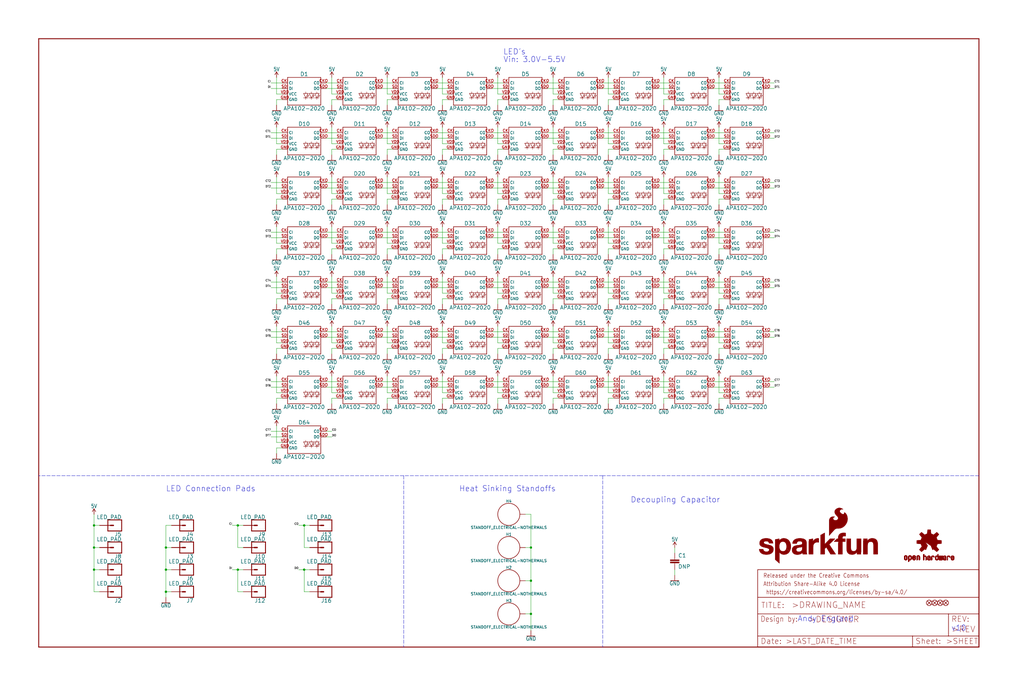
<source format=kicad_sch>
(kicad_sch (version 20211123) (generator eeschema)
  (paper "User" 470.306 317.906)
  (lib_symbols
    (symbol "eagleSchem-eagle-import:4.7UF-1206-16V-(+80{slash}-20%)"
      (property "Reference" "C" (at 1.524 2.921 0))
      (property "Value" "4.7UF-1206-16V-(+80{slash}-20%)" (at 1.524 -2.159 0))
      (symbol "4.7UF-1206-16V-(+80{slash}-20%)_1_0"
        (pin passive line (at 0 5.08 270) (length 2.54) (name "1") (number "1"))
        (pin passive line (at 0 -2.54 90) (length 2.54) (name "2") (number "2"))
      )
    )
    (symbol "eagleSchem-eagle-import:5V" (power)
      (property "Value" "5V" (at 0 2.794 0))
      (symbol "5V_1_0"
        (pin power_in line (at 0 0 90) (length 2.54) (name "5V") (number "1"))
      )
    )
    (symbol "eagleSchem-eagle-import:APA102-2020"
      (property "Reference" "D" (at 0 5.588 0))
      (property "Value" "APA102-2020" (at 0 -10.16 0))
      (symbol "APA102-2020_1_0"
        (pin bidirectional line (at -10.16 2.54 0) (length 2.54) (name "CI") (number "CKI"))
        (pin bidirectional line (at 10.16 2.54 180) (length 2.54) (name "CO") (number "CKO"))
        (pin bidirectional line (at -10.16 -5.08 0) (length 2.54) (name "GND") (number "GND"))
        (pin bidirectional line (at -10.16 0 0) (length 2.54) (name "DI") (number "SDI"))
        (pin bidirectional line (at 10.16 0 180) (length 2.54) (name "DO") (number "SDO"))
        (pin bidirectional line (at -10.16 -2.54 0) (length 2.54) (name "VCC") (number "VDD"))
      )
    )
    (symbol "eagleSchem-eagle-import:FIDUCIALUFIDUCIAL")
    (symbol "eagleSchem-eagle-import:FRAME-LEDGER"
      (symbol "FRAME-LEDGER_2_0"
        (text " https://creativecommons.org/licenses/by-sa/4.0/" (at 2.54 24.13 0) (effects (font (size 1.9304 1.6408)) (justify left bottom)))
        (text ">DESIGNER" (at 23.114 11.176 0) (effects (font (size 2.7432 2.7432)) (justify left bottom)))
        (text ">DRAWING_NAME" (at 15.494 17.78 0) (effects (font (size 2.7432 2.7432)) (justify left bottom)))
        (text ">LAST_DATE_TIME" (at 12.7 1.27 0) (effects (font (size 2.54 2.54)) (justify left bottom)))
        (text ">REV" (at 88.9 6.604 0) (effects (font (size 2.7432 2.7432)) (justify left bottom)))
        (text ">SHEET" (at 86.36 1.27 0) (effects (font (size 2.54 2.54)) (justify left bottom)))
        (text "Attribution Share-Alike 4.0 License" (at 2.54 27.94 0) (effects (font (size 1.9304 1.6408)) (justify left bottom)))
        (text "Date:" (at 1.27 1.27 0) (effects (font (size 2.54 2.54)) (justify left bottom)))
        (text "Design by:" (at 1.27 11.43 0) (effects (font (size 2.54 2.159)) (justify left bottom)))
        (text "Released under the Creative Commons" (at 2.54 31.75 0) (effects (font (size 1.9304 1.6408)) (justify left bottom)))
        (text "REV:" (at 88.9 11.43 0) (effects (font (size 2.54 2.54)) (justify left bottom)))
        (text "Sheet:" (at 72.39 1.27 0) (effects (font (size 2.54 2.54)) (justify left bottom)))
        (text "TITLE:" (at 1.524 17.78 0) (effects (font (size 2.54 2.54)) (justify left bottom)))
      )
    )
    (symbol "eagleSchem-eagle-import:GND" (power)
      (property "Value" "GND" (at 0 -0.254 0))
      (symbol "GND_1_0"
        (pin power_in line (at 0 2.54 270) (length 2.54) (name "GND") (number "1"))
      )
    )
    (symbol "eagleSchem-eagle-import:LED_PAD"
      (property "Reference" "J" (at -2.54 3.048 0))
      (property "Value" "LED_PAD" (at -2.54 -4.826 0))
      (symbol "LED_PAD_1_0"
        (pin passive line (at 7.62 0 180) (length 5.08) (name "1") (number "P$1"))
        (pin passive line (at 7.62 0 180) (length 5.08) (name "1") (number "P$2"))
      )
    )
    (symbol "eagleSchem-eagle-import:OSHW-LOGOS")
    (symbol "eagleSchem-eagle-import:SFE_LOGO_NAME_FLAME.1_INCH")
    (symbol "eagleSchem-eagle-import:STANDOFF_ELECTRICAL-NOTHERMALS"
      (property "Reference" "H" (at 0 5.334 0))
      (property "Value" "STANDOFF_ELECTRICAL-NOTHERMALS" (at 0 -5.334 0))
      (symbol "STANDOFF_ELECTRICAL-NOTHERMALS_1_0"
        (pin bidirectional line (at 7.62 0 180) (length 2.54) (name "P$1") (number "P1"))
      )
    )
  )
  (junction (at 43.18 261.62))
  (junction (at 109.22 261.62))
  (junction (at 139.7 241.3))
  (junction (at 243.84 251.46))
  (junction (at 243.84 266.7))
  (junction (at 76.2 261.62))
  (junction (at 43.18 251.46))
  (junction (at 109.22 241.3))
  (junction (at 43.18 241.3))
  (junction (at 243.84 281.94))
  (junction (at 139.7 261.62))
  (junction (at 76.2 271.78))
  (junction (at 76.2 251.46))
  (wire (pts (xy 281.94 154.94) (xy 276.86 154.94)))
  (wire (pts (xy 139.7 261.62) (xy 139.7 271.78)))
  (wire (pts (xy 254 111.76) (xy 254 104.14)))
  (wire (pts (xy 154.94 111.76) (xy 152.4 111.76)))
  (wire (pts (xy 152.4 111.76) (xy 152.4 104.14)))
  (wire (pts (xy 327.66 177.8) (xy 332.74 177.8)))
  (wire (pts (xy 327.66 132.08) (xy 332.74 132.08)))
  (wire (pts (xy 281.94 134.62) (xy 279.4 134.62)))
  (wire (pts (xy 205.74 63.5) (xy 200.66 63.5)))
  (wire (pts (xy 205.74 68.58) (xy 203.2 68.58)))
  (wire (pts (xy 205.74 114.3) (xy 203.2 114.3)))
  (wire (pts (xy 330.2 180.34) (xy 330.2 172.72)))
  (wire (pts (xy 231.14 38.1) (xy 226.06 38.1)))
  (wire (pts (xy 76.2 274.32) (xy 76.2 271.78)))
  (wire (pts (xy 76.2 251.46) (xy 76.2 241.3)))
  (wire (pts (xy 231.14 91.44) (xy 228.6 91.44)))
  (wire (pts (xy 256.54 114.3) (xy 254 114.3)))
  (wire (pts (xy 307.34 66.04) (xy 304.8 66.04)))
  (wire (pts (xy 307.34 45.72) (xy 304.8 45.72)))
  (wire (pts (xy 332.74 66.04) (xy 330.2 66.04)))
  (wire (pts (xy 129.54 109.22) (xy 124.46 109.22)))
  (wire (pts (xy 307.34 38.1) (xy 302.26 38.1)))
  (wire (pts (xy 281.94 40.64) (xy 276.86 40.64)))
  (wire (pts (xy 330.2 116.84) (xy 330.2 114.3)))
  (polyline (pts (xy 185.42 218.44) (xy 17.78 218.44)))
  (wire (pts (xy 231.14 86.36) (xy 226.06 86.36)))
  (wire (pts (xy 327.66 63.5) (xy 332.74 63.5)))
  (wire (pts (xy 127 137.16) (xy 127 139.7)))
  (wire (pts (xy 281.94 137.16) (xy 279.4 137.16)))
  (wire (pts (xy 241.3 251.46) (xy 243.84 251.46)))
  (wire (pts (xy 76.2 271.78) (xy 76.2 261.62)))
  (wire (pts (xy 254 137.16) (xy 254 139.7)))
  (wire (pts (xy 205.74 88.9) (xy 203.2 88.9)))
  (wire (pts (xy 353.06 60.96) (xy 355.6 60.96)))
  (wire (pts (xy 281.94 43.18) (xy 279.4 43.18)))
  (wire (pts (xy 256.54 175.26) (xy 251.46 175.26)))
  (wire (pts (xy 332.74 175.26) (xy 327.66 175.26)))
  (wire (pts (xy 154.94 129.54) (xy 149.86 129.54)))
  (wire (pts (xy 279.4 43.18) (xy 279.4 35.56)))
  (wire (pts (xy 180.34 60.96) (xy 175.26 60.96)))
  (wire (pts (xy 154.94 45.72) (xy 152.4 45.72)))
  (wire (pts (xy 154.94 106.68) (xy 149.86 106.68)))
  (wire (pts (xy 330.2 182.88) (xy 332.74 182.88)))
  (wire (pts (xy 256.54 160.02) (xy 254 160.02)))
  (wire (pts (xy 332.74 111.76) (xy 330.2 111.76)))
  (wire (pts (xy 281.94 91.44) (xy 279.4 91.44)))
  (wire (pts (xy 281.94 111.76) (xy 279.4 111.76)))
  (wire (pts (xy 256.54 43.18) (xy 254 43.18)))
  (wire (pts (xy 281.94 157.48) (xy 279.4 157.48)))
  (wire (pts (xy 228.6 66.04) (xy 228.6 58.42)))
  (wire (pts (xy 281.94 180.34) (xy 279.4 180.34)))
  (wire (pts (xy 307.34 68.58) (xy 304.8 68.58)))
  (wire (pts (xy 129.54 63.5) (xy 124.46 63.5)))
  (wire (pts (xy 330.2 139.7) (xy 330.2 137.16)))
  (wire (pts (xy 307.34 83.82) (xy 302.26 83.82)))
  (wire (pts (xy 129.54 38.1) (xy 124.46 38.1)))
  (wire (pts (xy 177.8 45.72) (xy 177.8 48.26)))
  (wire (pts (xy 281.94 88.9) (xy 279.4 88.9)))
  (wire (pts (xy 152.4 43.18) (xy 152.4 35.56)))
  (wire (pts (xy 281.94 182.88) (xy 279.4 182.88)))
  (wire (pts (xy 231.14 60.96) (xy 226.06 60.96)))
  (wire (pts (xy 177.8 137.16) (xy 177.8 139.7)))
  (wire (pts (xy 205.74 177.8) (xy 200.66 177.8)))
  (wire (pts (xy 231.14 63.5) (xy 226.06 63.5)))
  (wire (pts (xy 129.54 111.76) (xy 127 111.76)))
  (wire (pts (xy 129.54 205.74) (xy 127 205.74)))
  (wire (pts (xy 256.54 40.64) (xy 251.46 40.64)))
  (wire (pts (xy 154.94 152.4) (xy 149.86 152.4)))
  (wire (pts (xy 180.34 68.58) (xy 177.8 68.58)))
  (wire (pts (xy 154.94 132.08) (xy 149.86 132.08)))
  (wire (pts (xy 307.34 154.94) (xy 302.26 154.94)))
  (wire (pts (xy 154.94 180.34) (xy 152.4 180.34)))
  (wire (pts (xy 231.14 134.62) (xy 228.6 134.62)))
  (wire (pts (xy 203.2 160.02) (xy 203.2 162.56)))
  (wire (pts (xy 129.54 175.26) (xy 124.46 175.26)))
  (wire (pts (xy 332.74 88.9) (xy 330.2 88.9)))
  (wire (pts (xy 149.86 200.66) (xy 152.4 200.66)))
  (wire (pts (xy 256.54 106.68) (xy 251.46 106.68)))
  (wire (pts (xy 152.4 68.58) (xy 152.4 71.12)))
  (wire (pts (xy 307.34 40.64) (xy 302.26 40.64)))
  (wire (pts (xy 129.54 83.82) (xy 124.46 83.82)))
  (wire (pts (xy 78.74 271.78) (xy 76.2 271.78)))
  (wire (pts (xy 139.7 261.62) (xy 137.16 261.62)))
  (wire (pts (xy 304.8 134.62) (xy 304.8 127)))
  (wire (pts (xy 304.8 114.3) (xy 304.8 116.84)))
  (wire (pts (xy 177.8 43.18) (xy 177.8 35.56)))
  (wire (pts (xy 180.34 106.68) (xy 175.26 106.68)))
  (wire (pts (xy 203.2 66.04) (xy 203.2 58.42)))
  (wire (pts (xy 304.8 137.16) (xy 304.8 139.7)))
  (wire (pts (xy 154.94 38.1) (xy 149.86 38.1)))
  (wire (pts (xy 180.34 114.3) (xy 177.8 114.3)))
  (wire (pts (xy 307.34 86.36) (xy 302.26 86.36)))
  (wire (pts (xy 152.4 137.16) (xy 152.4 139.7)))
  (polyline (pts (xy 185.42 218.44) (xy 185.42 297.18)))
  (wire (pts (xy 330.2 137.16) (xy 332.74 137.16)))
  (wire (pts (xy 353.06 152.4) (xy 355.6 152.4)))
  (wire (pts (xy 256.54 86.36) (xy 251.46 86.36)))
  (wire (pts (xy 205.74 180.34) (xy 203.2 180.34)))
  (wire (pts (xy 205.74 106.68) (xy 200.66 106.68)))
  (wire (pts (xy 256.54 157.48) (xy 254 157.48)))
  (wire (pts (xy 180.34 157.48) (xy 177.8 157.48)))
  (wire (pts (xy 256.54 91.44) (xy 254 91.44)))
  (wire (pts (xy 154.94 91.44) (xy 152.4 91.44)))
  (wire (pts (xy 129.54 137.16) (xy 127 137.16)))
  (wire (pts (xy 152.4 88.9) (xy 152.4 81.28)))
  (wire (pts (xy 154.94 175.26) (xy 149.86 175.26)))
  (wire (pts (xy 203.2 114.3) (xy 203.2 116.84)))
  (wire (pts (xy 353.06 106.68) (xy 355.6 106.68)))
  (wire (pts (xy 332.74 106.68) (xy 327.66 106.68)))
  (wire (pts (xy 281.94 114.3) (xy 279.4 114.3)))
  (wire (pts (xy 281.94 83.82) (xy 276.86 83.82)))
  (wire (pts (xy 279.4 68.58) (xy 279.4 71.12)))
  (wire (pts (xy 279.4 91.44) (xy 279.4 93.98)))
  (wire (pts (xy 243.84 236.22) (xy 243.84 251.46)))
  (wire (pts (xy 228.6 43.18) (xy 228.6 35.56)))
  (wire (pts (xy 327.66 40.64) (xy 332.74 40.64)))
  (wire (pts (xy 231.14 68.58) (xy 228.6 68.58)))
  (wire (pts (xy 78.74 251.46) (xy 76.2 251.46)))
  (wire (pts (xy 180.34 40.64) (xy 175.26 40.64)))
  (wire (pts (xy 332.74 38.1) (xy 327.66 38.1)))
  (wire (pts (xy 205.74 45.72) (xy 203.2 45.72)))
  (wire (pts (xy 281.94 66.04) (xy 279.4 66.04)))
  (wire (pts (xy 129.54 157.48) (xy 127 157.48)))
  (wire (pts (xy 254 45.72) (xy 254 48.26)))
  (wire (pts (xy 231.14 157.48) (xy 228.6 157.48)))
  (wire (pts (xy 332.74 152.4) (xy 327.66 152.4)))
  (wire (pts (xy 203.2 157.48) (xy 203.2 149.86)))
  (wire (pts (xy 330.2 91.44) (xy 332.74 91.44)))
  (wire (pts (xy 129.54 180.34) (xy 127 180.34)))
  (wire (pts (xy 231.14 109.22) (xy 226.06 109.22)))
  (wire (pts (xy 231.14 132.08) (xy 226.06 132.08)))
  (wire (pts (xy 254 66.04) (xy 254 58.42)))
  (wire (pts (xy 129.54 60.96) (xy 124.46 60.96)))
  (wire (pts (xy 177.8 134.62) (xy 177.8 127)))
  (wire (pts (xy 330.2 114.3) (xy 332.74 114.3)))
  (wire (pts (xy 254 114.3) (xy 254 116.84)))
  (wire (pts (xy 127 91.44) (xy 127 93.98)))
  (wire (pts (xy 139.7 271.78) (xy 142.24 271.78)))
  (wire (pts (xy 154.94 182.88) (xy 152.4 182.88)))
  (wire (pts (xy 228.6 111.76) (xy 228.6 104.14)))
  (wire (pts (xy 279.4 182.88) (xy 279.4 185.42)))
  (wire (pts (xy 330.2 93.98) (xy 330.2 91.44)))
  (wire (pts (xy 304.8 91.44) (xy 304.8 93.98)))
  (wire (pts (xy 279.4 160.02) (xy 279.4 162.56)))
  (wire (pts (xy 205.74 38.1) (xy 200.66 38.1)))
  (wire (pts (xy 254 157.48) (xy 254 149.86)))
  (wire (pts (xy 231.14 160.02) (xy 228.6 160.02)))
  (wire (pts (xy 180.34 111.76) (xy 177.8 111.76)))
  (wire (pts (xy 309.88 251.46) (xy 309.88 254)))
  (wire (pts (xy 142.24 261.62) (xy 139.7 261.62)))
  (wire (pts (xy 152.4 114.3) (xy 152.4 116.84)))
  (wire (pts (xy 307.34 43.18) (xy 304.8 43.18)))
  (wire (pts (xy 180.34 86.36) (xy 175.26 86.36)))
  (wire (pts (xy 254 43.18) (xy 254 35.56)))
  (wire (pts (xy 353.06 132.08) (xy 355.6 132.08)))
  (wire (pts (xy 180.34 129.54) (xy 175.26 129.54)))
  (wire (pts (xy 142.24 241.3) (xy 139.7 241.3)))
  (wire (pts (xy 256.54 132.08) (xy 251.46 132.08)))
  (wire (pts (xy 281.94 68.58) (xy 279.4 68.58)))
  (wire (pts (xy 127 160.02) (xy 127 162.56)))
  (polyline (pts (xy 449.58 218.44) (xy 276.86 218.44)))
  (wire (pts (xy 231.14 180.34) (xy 228.6 180.34)))
  (wire (pts (xy 330.2 160.02) (xy 332.74 160.02)))
  (wire (pts (xy 154.94 134.62) (xy 152.4 134.62)))
  (wire (pts (xy 180.34 83.82) (xy 175.26 83.82)))
  (wire (pts (xy 43.18 271.78) (xy 45.72 271.78)))
  (wire (pts (xy 307.34 134.62) (xy 304.8 134.62)))
  (wire (pts (xy 180.34 88.9) (xy 177.8 88.9)))
  (wire (pts (xy 281.94 63.5) (xy 276.86 63.5)))
  (wire (pts (xy 228.6 160.02) (xy 228.6 162.56)))
  (wire (pts (xy 129.54 106.68) (xy 124.46 106.68)))
  (wire (pts (xy 203.2 137.16) (xy 203.2 139.7)))
  (wire (pts (xy 256.54 180.34) (xy 254 180.34)))
  (wire (pts (xy 129.54 114.3) (xy 127 114.3)))
  (wire (pts (xy 304.8 43.18) (xy 304.8 35.56)))
  (wire (pts (xy 254 68.58) (xy 254 71.12)))
  (wire (pts (xy 109.22 261.62) (xy 109.22 271.78)))
  (wire (pts (xy 152.4 134.62) (xy 152.4 127)))
  (wire (pts (xy 129.54 43.18) (xy 127 43.18)))
  (wire (pts (xy 281.94 60.96) (xy 276.86 60.96)))
  (wire (pts (xy 45.72 261.62) (xy 43.18 261.62)))
  (wire (pts (xy 127 182.88) (xy 127 185.42)))
  (wire (pts (xy 127 68.58) (xy 127 71.12)))
  (wire (pts (xy 231.14 111.76) (xy 228.6 111.76)))
  (wire (pts (xy 243.84 281.94) (xy 243.84 289.56)))
  (wire (pts (xy 353.06 40.64) (xy 355.6 40.64)))
  (wire (pts (xy 154.94 86.36) (xy 149.86 86.36)))
  (wire (pts (xy 129.54 40.64) (xy 124.46 40.64)))
  (wire (pts (xy 256.54 137.16) (xy 254 137.16)))
  (wire (pts (xy 332.74 157.48) (xy 330.2 157.48)))
  (wire (pts (xy 304.8 88.9) (xy 304.8 81.28)))
  (wire (pts (xy 127 114.3) (xy 127 116.84)))
  (wire (pts (xy 177.8 111.76) (xy 177.8 104.14)))
  (wire (pts (xy 152.4 66.04) (xy 152.4 58.42)))
  (wire (pts (xy 330.2 48.26) (xy 330.2 45.72)))
  (wire (pts (xy 281.94 160.02) (xy 279.4 160.02)))
  (wire (pts (xy 177.8 160.02) (xy 177.8 162.56)))
  (wire (pts (xy 43.18 251.46) (xy 43.18 261.62)))
  (wire (pts (xy 353.06 38.1) (xy 355.6 38.1)))
  (wire (pts (xy 256.54 109.22) (xy 251.46 109.22)))
  (wire (pts (xy 180.34 63.5) (xy 175.26 63.5)))
  (wire (pts (xy 109.22 241.3) (xy 109.22 251.46)))
  (wire (pts (xy 241.3 266.7) (xy 243.84 266.7)))
  (wire (pts (xy 177.8 157.48) (xy 177.8 149.86)))
  (wire (pts (xy 139.7 251.46) (xy 142.24 251.46)))
  (wire (pts (xy 256.54 134.62) (xy 254 134.62)))
  (wire (pts (xy 231.14 88.9) (xy 228.6 88.9)))
  (wire (pts (xy 45.72 241.3) (xy 43.18 241.3)))
  (wire (pts (xy 243.84 266.7) (xy 243.84 281.94)))
  (wire (pts (xy 180.34 180.34) (xy 177.8 180.34)))
  (polyline (pts (xy 276.86 218.44) (xy 276.86 297.18)))
  (wire (pts (xy 154.94 160.02) (xy 152.4 160.02)))
  (wire (pts (xy 307.34 129.54) (xy 302.26 129.54)))
  (wire (pts (xy 109.22 251.46) (xy 111.76 251.46)))
  (wire (pts (xy 152.4 157.48) (xy 152.4 149.86)))
  (wire (pts (xy 129.54 88.9) (xy 127 88.9)))
  (wire (pts (xy 231.14 114.3) (xy 228.6 114.3)))
  (wire (pts (xy 254 91.44) (xy 254 93.98)))
  (wire (pts (xy 307.34 182.88) (xy 304.8 182.88)))
  (wire (pts (xy 307.34 114.3) (xy 304.8 114.3)))
  (wire (pts (xy 180.34 66.04) (xy 177.8 66.04)))
  (wire (pts (xy 139.7 241.3) (xy 139.7 251.46)))
  (wire (pts (xy 231.14 152.4) (xy 226.06 152.4)))
  (wire (pts (xy 231.14 43.18) (xy 228.6 43.18)))
  (wire (pts (xy 353.06 177.8) (xy 355.6 177.8)))
  (wire (pts (xy 353.06 109.22) (xy 355.6 109.22)))
  (wire (pts (xy 127 134.62) (xy 127 127)))
  (wire (pts (xy 180.34 43.18) (xy 177.8 43.18)))
  (wire (pts (xy 327.66 154.94) (xy 332.74 154.94)))
  (wire (pts (xy 241.3 281.94) (xy 243.84 281.94)))
  (wire (pts (xy 228.6 45.72) (xy 228.6 48.26)))
  (wire (pts (xy 228.6 137.16) (xy 228.6 139.7)))
  (wire (pts (xy 203.2 45.72) (xy 203.2 48.26)))
  (wire (pts (xy 327.66 86.36) (xy 332.74 86.36)))
  (wire (pts (xy 307.34 132.08) (xy 302.26 132.08)))
  (wire (pts (xy 330.2 45.72) (xy 332.74 45.72)))
  (wire (pts (xy 256.54 152.4) (xy 251.46 152.4)))
  (wire (pts (xy 180.34 177.8) (xy 175.26 177.8)))
  (wire (pts (xy 256.54 111.76) (xy 254 111.76)))
  (wire (pts (xy 228.6 68.58) (xy 228.6 71.12)))
  (wire (pts (xy 332.74 60.96) (xy 327.66 60.96)))
  (wire (pts (xy 154.94 40.64) (xy 149.86 40.64)))
  (wire (pts (xy 43.18 251.46) (xy 43.18 241.3)))
  (wire (pts (xy 228.6 180.34) (xy 228.6 172.72)))
  (wire (pts (xy 127 205.74) (xy 127 208.28)))
  (wire (pts (xy 353.06 154.94) (xy 355.6 154.94)))
  (wire (pts (xy 256.54 63.5) (xy 251.46 63.5)))
  (wire (pts (xy 205.74 152.4) (xy 200.66 152.4)))
  (wire (pts (xy 180.34 91.44) (xy 177.8 91.44)))
  (wire (pts (xy 203.2 88.9) (xy 203.2 81.28)))
  (wire (pts (xy 203.2 68.58) (xy 203.2 71.12)))
  (wire (pts (xy 228.6 114.3) (xy 228.6 116.84)))
  (wire (pts (xy 254 134.62) (xy 254 127)))
  (wire (pts (xy 152.4 91.44) (xy 152.4 93.98)))
  (wire (pts (xy 177.8 114.3) (xy 177.8 116.84)))
  (wire (pts (xy 228.6 182.88) (xy 228.6 185.42)))
  (wire (pts (xy 180.34 134.62) (xy 177.8 134.62)))
  (wire (pts (xy 332.74 180.34) (xy 330.2 180.34)))
  (wire (pts (xy 332.74 134.62) (xy 330.2 134.62)))
  (wire (pts (xy 256.54 129.54) (xy 251.46 129.54)))
  (wire (pts (xy 129.54 66.04) (xy 127 66.04)))
  (wire (pts (xy 129.54 91.44) (xy 127 91.44)))
  (wire (pts (xy 76.2 241.3) (xy 78.74 241.3)))
  (wire (pts (xy 304.8 45.72) (xy 304.8 48.26)))
  (wire (pts (xy 279.4 180.34) (xy 279.4 172.72)))
  (wire (pts (xy 127 45.72) (xy 127 48.26)))
  (wire (pts (xy 309.88 264.16) (xy 309.88 261.62)))
  (wire (pts (xy 231.14 137.16) (xy 228.6 137.16)))
  (wire (pts (xy 152.4 45.72) (xy 152.4 48.26)))
  (wire (pts (xy 177.8 66.04) (xy 177.8 58.42)))
  (wire (pts (xy 281.94 132.08) (xy 276.86 132.08)))
  (wire (pts (xy 307.34 157.48) (xy 304.8 157.48)))
  (wire (pts (xy 330.2 43.18) (xy 330.2 35.56)))
  (wire (pts (xy 203.2 180.34) (xy 203.2 172.72)))
  (wire (pts (xy 279.4 137.16) (xy 279.4 139.7)))
  (wire (pts (xy 154.94 154.94) (xy 149.86 154.94)))
  (wire (pts (xy 180.34 175.26) (xy 175.26 175.26)))
  (wire (pts (xy 205.74 66.04) (xy 203.2 66.04)))
  (wire (pts (xy 154.94 137.16) (xy 152.4 137.16)))
  (wire (pts (xy 43.18 241.3) (xy 43.18 236.22)))
  (wire (pts (xy 353.06 129.54) (xy 355.6 129.54)))
  (wire (pts (xy 129.54 152.4) (xy 124.46 152.4)))
  (wire (pts (xy 129.54 132.08) (xy 124.46 132.08)))
  (wire (pts (xy 231.14 45.72) (xy 228.6 45.72)))
  (wire (pts (xy 228.6 91.44) (xy 228.6 93.98)))
  (wire (pts (xy 231.14 129.54) (xy 226.06 129.54)))
  (wire (pts (xy 154.94 60.96) (xy 149.86 60.96)))
  (wire (pts (xy 256.54 88.9) (xy 254 88.9)))
  (wire (pts (xy 205.74 83.82) (xy 200.66 83.82)))
  (wire (pts (xy 205.74 129.54) (xy 200.66 129.54)))
  (wire (pts (xy 177.8 182.88) (xy 177.8 185.42)))
  (wire (pts (xy 152.4 180.34) (xy 152.4 172.72)))
  (wire (pts (xy 330.2 185.42) (xy 330.2 182.88)))
  (wire (pts (xy 109.22 261.62) (xy 106.68 261.62)))
  (wire (pts (xy 109.22 271.78) (xy 111.76 271.78)))
  (wire (pts (xy 330.2 157.48) (xy 330.2 149.86)))
  (wire (pts (xy 154.94 157.48) (xy 152.4 157.48)))
  (wire (pts (xy 281.94 152.4) (xy 276.86 152.4)))
  (wire (pts (xy 254 160.02) (xy 254 162.56)))
  (wire (pts (xy 154.94 68.58) (xy 152.4 68.58)))
  (wire (pts (xy 228.6 88.9) (xy 228.6 81.28)))
  (wire (pts (xy 45.72 251.46) (xy 43.18 251.46)))
  (wire (pts (xy 203.2 91.44) (xy 203.2 93.98)))
  (wire (pts (xy 129.54 198.12) (xy 124.46 198.12)))
  (wire (pts (xy 129.54 200.66) (xy 124.46 200.66)))
  (wire (pts (xy 127 111.76) (xy 127 104.14)))
  (wire (pts (xy 154.94 109.22) (xy 149.86 109.22)))
  (wire (pts (xy 127 88.9) (xy 127 81.28)))
  (wire (pts (xy 205.74 134.62) (xy 203.2 134.62)))
  (wire (pts (xy 304.8 157.48) (xy 304.8 149.86)))
  (wire (pts (xy 330.2 88.9) (xy 330.2 81.28)))
  (wire (pts (xy 231.14 177.8) (xy 226.06 177.8)))
  (wire (pts (xy 231.14 66.04) (xy 228.6 66.04)))
  (wire (pts (xy 43.18 261.62) (xy 43.18 271.78)))
  (wire (pts (xy 205.74 91.44) (xy 203.2 91.44)))
  (wire (pts (xy 139.7 241.3) (xy 137.16 241.3)))
  (wire (pts (xy 177.8 91.44) (xy 177.8 93.98)))
  (wire (pts (xy 154.94 177.8) (xy 149.86 177.8)))
  (wire (pts (xy 332.74 129.54) (xy 327.66 129.54)))
  (wire (pts (xy 281.94 38.1) (xy 276.86 38.1)))
  (wire (pts (xy 281.94 175.26) (xy 276.86 175.26)))
  (wire (pts (xy 129.54 86.36) (xy 124.46 86.36)))
  (wire (pts (xy 307.34 63.5) (xy 302.26 63.5)))
  (wire (pts (xy 307.34 88.9) (xy 304.8 88.9)))
  (wire (pts (xy 127 157.48) (xy 127 149.86)))
  (wire (pts (xy 281.94 129.54) (xy 276.86 129.54)))
  (wire (pts (xy 205.74 86.36) (xy 200.66 86.36)))
  (wire (pts (xy 129.54 203.2) (xy 127 203.2)))
  (wire (pts (xy 304.8 111.76) (xy 304.8 104.14)))
  (wire (pts (xy 330.2 134.62) (xy 330.2 127)))
  (wire (pts (xy 180.34 38.1) (xy 175.26 38.1)))
  (wire (pts (xy 129.54 177.8) (xy 124.46 177.8)))
  (wire (pts (xy 180.34 160.02) (xy 177.8 160.02)))
  (wire (pts (xy 205.74 132.08) (xy 200.66 132.08)))
  (wire (pts (xy 180.34 137.16) (xy 177.8 137.16)))
  (wire (pts (xy 279.4 45.72) (xy 279.4 48.26)))
  (wire (pts (xy 332.74 43.18) (xy 330.2 43.18)))
  (wire (pts (xy 228.6 157.48) (xy 228.6 149.86)))
  (wire (pts (xy 307.34 180.34) (xy 304.8 180.34)))
  (wire (pts (xy 307.34 91.44) (xy 304.8 91.44)))
  (wire (pts (xy 231.14 83.82) (xy 226.06 83.82)))
  (wire (pts (xy 281.94 106.68) (xy 276.86 106.68)))
  (wire (pts (xy 243.84 251.46) (xy 243.84 266.7)))
  (wire (pts (xy 127 180.34) (xy 127 172.72)))
  (wire (pts (xy 154.94 83.82) (xy 149.86 83.82)))
  (wire (pts (xy 154.94 63.5) (xy 149.86 63.5)))
  (wire (pts (xy 256.54 83.82) (xy 251.46 83.82)))
  (wire (pts (xy 307.34 109.22) (xy 302.26 109.22)))
  (wire (pts (xy 307.34 152.4) (xy 302.26 152.4)))
  (wire (pts (xy 180.34 109.22) (xy 175.26 109.22)))
  (wire (pts (xy 304.8 66.04) (xy 304.8 58.42)))
  (wire (pts (xy 180.34 45.72) (xy 177.8 45.72)))
  (wire (pts (xy 177.8 180.34) (xy 177.8 172.72)))
  (wire (pts (xy 307.34 106.68) (xy 302.26 106.68)))
  (wire (pts (xy 129.54 45.72) (xy 127 45.72)))
  (wire (pts (xy 205.74 182.88) (xy 203.2 182.88)))
  (wire (pts (xy 256.54 177.8) (xy 251.46 177.8)))
  (wire (pts (xy 205.74 109.22) (xy 200.66 109.22)))
  (wire (pts (xy 231.14 175.26) (xy 226.06 175.26)))
  (wire (pts (xy 279.4 114.3) (xy 279.4 116.84)))
  (wire (pts (xy 154.94 88.9) (xy 152.4 88.9)))
  (wire (pts (xy 330.2 68.58) (xy 332.74 68.58)))
  (wire (pts (xy 205.74 160.02) (xy 203.2 160.02)))
  (wire (pts (xy 203.2 182.88) (xy 203.2 185.42)))
  (wire (pts (xy 205.74 154.94) (xy 200.66 154.94)))
  (wire (pts (xy 203.2 43.18) (xy 203.2 35.56)))
  (wire (pts (xy 279.4 66.04) (xy 279.4 58.42)))
  (wire (pts (xy 154.94 114.3) (xy 152.4 114.3)))
  (wire (pts (xy 281.94 109.22) (xy 276.86 109.22)))
  (wire (pts (xy 129.54 129.54) (xy 124.46 129.54)))
  (wire (pts (xy 254 88.9) (xy 254 81.28)))
  (wire (pts (xy 256.54 60.96) (xy 251.46 60.96)))
  (wire (pts (xy 231.14 182.88) (xy 228.6 182.88)))
  (wire (pts (xy 203.2 111.76) (xy 203.2 104.14)))
  (wire (pts (xy 279.4 88.9) (xy 279.4 81.28)))
  (wire (pts (xy 256.54 154.94) (xy 251.46 154.94)))
  (wire (pts (xy 205.74 175.26) (xy 200.66 175.26)))
  (wire (pts (xy 332.74 83.82) (xy 327.66 83.82)))
  (wire (pts (xy 279.4 134.62) (xy 279.4 127)))
  (wire (pts (xy 205.74 157.48) (xy 203.2 157.48)))
  (wire (pts (xy 129.54 68.58) (xy 127 68.58)))
  (wire (pts (xy 154.94 66.04) (xy 152.4 66.04)))
  (wire (pts (xy 129.54 154.94) (xy 124.46 154.94)))
  (wire (pts (xy 330.2 71.12) (xy 330.2 68.58)))
  (wire (pts (xy 180.34 152.4) (xy 175.26 152.4)))
  (wire (pts (xy 353.06 63.5) (xy 355.6 63.5)))
  (wire (pts (xy 304.8 182.88) (xy 304.8 185.42)))
  (wire (pts (xy 149.86 198.12) (xy 152.4 198.12)))
  (wire (pts (xy 154.94 43.18) (xy 152.4 43.18)))
  (wire (pts (xy 129.54 160.02) (xy 127 160.02)))
  (wire (pts (xy 205.74 111.76) (xy 203.2 111.76)))
  (wire (pts (xy 231.14 106.68) (xy 226.06 106.68)))
  (wire (pts (xy 279.4 111.76) (xy 279.4 104.14)))
  (wire (pts (xy 76.2 251.46) (xy 76.2 261.62)))
  (wire (pts (xy 353.06 86.36) (xy 355.6 86.36)))
  (wire (pts (xy 127 203.2) (xy 127 195.58)))
  (wire (pts (xy 228.6 134.62) (xy 228.6 127)))
  (wire (pts (xy 256.54 68.58) (xy 254 68.58)))
  (wire (pts (xy 304.8 180.34) (xy 304.8 172.72)))
  (wire (pts (xy 129.54 182.88) (xy 127 182.88)))
  (wire (pts (xy 111.76 241.3) (xy 109.22 241.3)))
  (wire (pts (xy 256.54 38.1) (xy 251.46 38.1)))
  (wire (pts (xy 281.94 86.36) (xy 276.86 86.36)))
  (wire (pts (xy 307.34 177.8) (xy 302.26 177.8)))
  (polyline (pts (xy 276.86 218.44) (xy 185.42 218.44)))
  (wire (pts (xy 353.06 175.26) (xy 355.6 175.26)))
  (wire (pts (xy 256.54 45.72) (xy 254 45.72)))
  (wire (pts (xy 256.54 66.04) (xy 254 66.04)))
  (wire (pts (xy 279.4 157.48) (xy 279.4 149.86)))
  (wire (pts (xy 330.2 66.04) (xy 330.2 58.42)))
  (wire (pts (xy 127 43.18) (xy 127 35.56)))
  (wire (pts (xy 281.94 177.8) (xy 276.86 177.8)))
  (wire (pts (xy 129.54 134.62) (xy 127 134.62)))
  (wire (pts (xy 330.2 162.56) (xy 330.2 160.02)))
  (wire (pts (xy 152.4 160.02) (xy 152.4 162.56)))
  (wire (pts (xy 111.76 261.62) (xy 109.22 261.62)))
  (wire (pts (xy 231.14 40.64) (xy 226.06 40.64)))
  (wire (pts (xy 304.8 160.02) (xy 304.8 162.56)))
  (wire (pts (xy 205.74 137.16) (xy 203.2 137.16)))
  (wire (pts (xy 307.34 175.26) (xy 302.26 175.26)))
  (wire (pts (xy 205.74 60.96) (xy 200.66 60.96)))
  (wire (pts (xy 327.66 109.22) (xy 332.74 109.22)))
  (wire (pts (xy 307.34 60.96) (xy 302.26 60.96)))
  (wire (pts (xy 281.94 45.72) (xy 279.4 45.72)))
  (wire (pts (xy 330.2 111.76) (xy 330.2 104.14)))
  (wire (pts (xy 231.14 154.94) (xy 226.06 154.94)))
  (wire (pts (xy 307.34 137.16) (xy 304.8 137.16)))
  (wire (pts (xy 304.8 68.58) (xy 304.8 71.12)))
  (wire (pts (xy 205.74 43.18) (xy 203.2 43.18)))
  (wire (pts (xy 254 180.34) (xy 254 172.72)))
  (wire (pts (xy 180.34 154.94) (xy 175.26 154.94)))
  (wire (pts (xy 127 66.04) (xy 127 58.42)))
  (wire (pts (xy 152.4 182.88) (xy 152.4 185.42)))
  (wire (pts (xy 180.34 182.88) (xy 177.8 182.88)))
  (wire (pts (xy 76.2 261.62) (xy 78.74 261.62)))
  (wire (pts (xy 177.8 68.58) (xy 177.8 71.12)))
  (wire (pts (xy 254 182.88) (xy 254 185.42)))
  (wire (pts (xy 205.74 40.64) (xy 200.66 40.64)))
  (wire (pts (xy 307.34 111.76) (xy 304.8 111.76)))
  (wire (pts (xy 307.34 160.02) (xy 304.8 160.02)))
  (wire (pts (xy 353.06 83.82) (xy 355.6 83.82)))
  (wire (pts (xy 180.34 132.08) (xy 175.26 132.08)))
  (wire (pts (xy 177.8 88.9) (xy 177.8 81.28)))
  (wire (pts (xy 109.22 241.3) (xy 106.68 241.3)))
  (wire (pts (xy 256.54 182.88) (xy 254 182.88)))
  (wire (pts (xy 241.3 236.22) (xy 243.84 236.22)))
  (wire (pts (xy 203.2 134.62) (xy 203.2 127)))
  (text "LED's" (at 231.14 25.4 180) (effects (font (size 2.54 2.54)) (justify left bottom)))
  (text "LED Connection Pads" (at 76.2 226.06 180) (effects (font (size 2.54 2.54)) (justify left bottom)))
  (text "Andy England" (at 366.268 285.75 180) (effects (font (size 2.54 2.54)) (justify left bottom)))
  (text "Vin: 3.0V-5.5V" (at 231.14 28.956 180) (effects (font (size 2.54 2.54)) (justify left bottom)))
  (text "v10" (at 436.88 290.068 180) (effects (font (size 2.54 2.54)) (justify left bottom)))
  (text "Decoupling Capacitor" (at 289.56 231.14 180) (effects (font (size 2.54 2.54)) (justify left bottom)))
  (text "Heat Sinking Standoffs" (at 210.82 226.06 180) (effects (font (size 2.54 2.54)) (justify left bottom)))
  (label "CT5" (at 124.46 152.4 180) (effects (font (size 0.889 0.889))))
  (label "DT3" (at 355.6 86.36 0) (effects (font (size 0.889 0.889))))
  (label "CT2" (at 355.6 60.96 0) (effects (font (size 0.889 0.889))))
  (label "CT2" (at 124.46 83.82 180) (effects (font (size 0.889 0.889))))
  (label "CI" (at 124.46 38.1 180) (effects (font (size 0.889 0.889))))
  (label "CT4" (at 124.46 129.54 180) (effects (font (size 0.889 0.889))))
  (label "DT6" (at 124.46 177.8 180) (effects (font (size 0.889 0.889))))
  (label "DT2" (at 124.46 86.36 180) (effects (font (size 0.889 0.889))))
  (label "DO" (at 152.4 200.66 0) (effects (font (size 0.889 0.889))))
  (label "CT7" (at 355.6 175.26 0) (effects (font (size 0.889 0.889))))
  (label "CT3" (at 124.46 106.68 180) (effects (font (size 0.889 0.889))))
  (label "CT7" (at 124.46 198.12 180) (effects (font (size 0.889 0.889))))
  (label "CT1" (at 355.6 38.1 0) (effects (font (size 0.889 0.889))))
  (label "CT3" (at 355.6 83.82 0) (effects (font (size 0.889 0.889))))
  (label "DT1" (at 124.46 63.5 180) (effects (font (size 0.889 0.889))))
  (label "CI" (at 106.68 241.3 180) (effects (font (size 0.889 0.889))))
  (label "DT4" (at 355.6 109.22 0) (effects (font (size 0.889 0.889))))
  (label "CT5" (at 355.6 129.54 0) (effects (font (size 0.889 0.889))))
  (label "DT3" (at 124.46 109.22 180) (effects (font (size 0.889 0.889))))
  (label "DT1" (at 355.6 40.64 0) (effects (font (size 0.889 0.889))))
  (label "DT6" (at 355.6 154.94 0) (effects (font (size 0.889 0.889))))
  (label "CT6" (at 124.46 175.26 180) (effects (font (size 0.889 0.889))))
  (label "CT6" (at 355.6 152.4 0) (effects (font (size 0.889 0.889))))
  (label "DT7" (at 124.46 200.66 180) (effects (font (size 0.889 0.889))))
  (label "CT4" (at 355.6 106.68 0) (effects (font (size 0.889 0.889))))
  (label "DI" (at 124.46 40.64 180) (effects (font (size 0.889 0.889))))
  (label "CO" (at 137.16 241.3 180) (effects (font (size 0.889 0.889))))
  (label "CT1" (at 124.46 60.96 180) (effects (font (size 0.889 0.889))))
  (label "DT7" (at 355.6 177.8 0) (effects (font (size 0.889 0.889))))
  (label "DT4" (at 124.46 132.08 180) (effects (font (size 0.889 0.889))))
  (label "DO" (at 137.16 261.62 180) (effects (font (size 0.889 0.889))))
  (label "CO" (at 152.4 198.12 0) (effects (font (size 0.889 0.889))))
  (label "DT2" (at 355.6 63.5 0) (effects (font (size 0.889 0.889))))
  (label "DT5" (at 355.6 132.08 0) (effects (font (size 0.889 0.889))))
  (label "DT5" (at 124.46 154.94 180) (effects (font (size 0.889 0.889))))
  (label "DI" (at 106.68 261.62 180) (effects (font (size 0.889 0.889))))
  (symbol (lib_id "eagleSchem-eagle-import:LED_PAD") (at 119.38 261.62 180) (unit 1)
    (property "Reference" "J11" (at 121.92 264.668 0) (effects (font (size 1.778 1.778)) (justify left bottom)))
    (property "Value" "LED_PAD" (at 121.92 256.794 0) (effects (font (size 1.778 1.778)) (justify left bottom)))
    (property "Footprint" "eagleSchem:CIRCULARPAD" (effects hide))
  )
  (symbol (lib_id "eagleSchem-eagle-import:GND") (at 228.6 142.24 0) (unit 1)
    (property "Reference" "#GND41" (effects hide))
    (property "Value" "GND" (at 228.6 142.494 0) (effects (font (size 1.778 1.5113)) (justify top)))
    (property "Footprint" "eagleSchem:" (effects hide))
  )
  (symbol (lib_id "eagleSchem-eagle-import:GND") (at 304.8 142.24 0) (unit 1)
    (property "Reference" "#GND44" (effects hide))
    (property "Value" "GND" (at 304.8 142.494 0) (effects (font (size 1.778 1.5113)) (justify top)))
    (property "Footprint" "eagleSchem:" (effects hide))
  )
  (symbol (lib_id "eagleSchem-eagle-import:GND") (at 330.2 50.8 0) (unit 1)
    (property "Reference" "#GND9" (effects hide))
    (property "Value" "GND" (at 330.2 51.054 0) (effects (font (size 1.778 1.5113)) (justify top)))
    (property "Footprint" "eagleSchem:" (effects hide))
  )
  (symbol (lib_id "eagleSchem-eagle-import:GND") (at 152.4 165.1 0) (unit 1)
    (property "Reference" "#GND47" (effects hide))
    (property "Value" "GND" (at 152.4 165.354 0) (effects (font (size 1.778 1.5113)) (justify top)))
    (property "Footprint" "eagleSchem:" (effects hide))
  )
  (symbol (lib_id "eagleSchem-eagle-import:5V") (at 228.6 149.86 0) (unit 1)
    (property "Reference" "#SUPPLY50" (effects hide))
    (property "Value" "5V" (at 228.6 147.066 0) (effects (font (size 1.778 1.5113)) (justify bottom)))
    (property "Footprint" "eagleSchem:" (effects hide))
  )
  (symbol (lib_id "eagleSchem-eagle-import:GND") (at 330.2 96.52 0) (unit 1)
    (property "Reference" "#GND27" (effects hide))
    (property "Value" "GND" (at 330.2 96.774 0) (effects (font (size 1.778 1.5113)) (justify top)))
    (property "Footprint" "eagleSchem:" (effects hide))
  )
  (symbol (lib_id "eagleSchem-eagle-import:APA102-2020") (at 165.1 177.8 0) (unit 1)
    (property "Reference" "D56" (at 165.1 172.212 0) (effects (font (size 1.778 1.778)) (justify bottom)))
    (property "Value" "APA102-2020" (at 165.1 187.96 0) (effects (font (size 1.778 1.778)) (justify bottom)))
    (property "Footprint" "eagleSchem:APA102-2020" (effects hide))
  )
  (symbol (lib_id "eagleSchem-eagle-import:5V") (at 203.2 81.28 0) (unit 1)
    (property "Reference" "#SUPPLY22" (effects hide))
    (property "Value" "5V" (at 203.2 78.486 0) (effects (font (size 1.778 1.5113)) (justify bottom)))
    (property "Footprint" "eagleSchem:" (effects hide))
  )
  (symbol (lib_id "eagleSchem-eagle-import:APA102-2020") (at 241.3 132.08 0) (unit 1)
    (property "Reference" "D41" (at 241.3 126.492 0) (effects (font (size 1.778 1.778)) (justify bottom)))
    (property "Value" "APA102-2020" (at 241.3 142.24 0) (effects (font (size 1.778 1.778)) (justify bottom)))
    (property "Footprint" "eagleSchem:APA102-2020" (effects hide))
  )
  (symbol (lib_id "eagleSchem-eagle-import:APA102-2020") (at 165.1 154.94 0) (unit 1)
    (property "Reference" "D47" (at 165.1 149.352 0) (effects (font (size 1.778 1.778)) (justify bottom)))
    (property "Value" "APA102-2020" (at 165.1 165.1 0) (effects (font (size 1.778 1.778)) (justify bottom)))
    (property "Footprint" "eagleSchem:APA102-2020" (effects hide))
  )
  (symbol (lib_id "eagleSchem-eagle-import:GND") (at 279.4 165.1 0) (unit 1)
    (property "Reference" "#GND52" (effects hide))
    (property "Value" "GND" (at 279.4 165.354 0) (effects (font (size 1.778 1.5113)) (justify top)))
    (property "Footprint" "eagleSchem:" (effects hide))
  )
  (symbol (lib_id "eagleSchem-eagle-import:GND") (at 330.2 119.38 0) (unit 1)
    (property "Reference" "#GND36" (effects hide))
    (property "Value" "GND" (at 330.2 119.634 0) (effects (font (size 1.778 1.5113)) (justify top)))
    (property "Footprint" "eagleSchem:" (effects hide))
  )
  (symbol (lib_id "eagleSchem-eagle-import:GND") (at 279.4 142.24 0) (unit 1)
    (property "Reference" "#GND43" (effects hide))
    (property "Value" "GND" (at 279.4 142.494 0) (effects (font (size 1.778 1.5113)) (justify top)))
    (property "Footprint" "eagleSchem:" (effects hide))
  )
  (symbol (lib_id "eagleSchem-eagle-import:LED_PAD") (at 86.36 271.78 180) (unit 1)
    (property "Reference" "J7" (at 88.9 274.828 0) (effects (font (size 1.778 1.778)) (justify left bottom)))
    (property "Value" "LED_PAD" (at 88.9 266.954 0) (effects (font (size 1.778 1.778)) (justify left bottom)))
    (property "Footprint" "eagleSchem:CIRCULARPAD" (effects hide))
  )
  (symbol (lib_id "eagleSchem-eagle-import:STANDOFF_ELECTRICAL-NOTHERMALS") (at 233.68 266.7 0) (unit 1)
    (property "Reference" "H2" (at 233.68 261.366 0) (effects (justify bottom)))
    (property "Value" "STANDOFF_ELECTRICAL-NOTHERMALS" (at 233.68 272.034 0) (effects (justify top)))
    (property "Footprint" "eagleSchem:STANDOFF-ELECTRICAL-NOTHERMALS" (effects hide))
  )
  (symbol (lib_id "eagleSchem-eagle-import:5V") (at 152.4 127 0) (unit 1)
    (property "Reference" "#SUPPLY38" (effects hide))
    (property "Value" "5V" (at 152.4 124.206 0) (effects (font (size 1.778 1.5113)) (justify bottom)))
    (property "Footprint" "eagleSchem:" (effects hide))
  )
  (symbol (lib_id "eagleSchem-eagle-import:5V") (at 254 127 0) (unit 1)
    (property "Reference" "#SUPPLY42" (effects hide))
    (property "Value" "5V" (at 254 124.206 0) (effects (font (size 1.778 1.5113)) (justify bottom)))
    (property "Footprint" "eagleSchem:" (effects hide))
  )
  (symbol (lib_id "eagleSchem-eagle-import:APA102-2020") (at 215.9 154.94 0) (unit 1)
    (property "Reference" "D49" (at 215.9 149.352 0) (effects (font (size 1.778 1.778)) (justify bottom)))
    (property "Value" "APA102-2020" (at 215.9 165.1 0) (effects (font (size 1.778 1.778)) (justify bottom)))
    (property "Footprint" "eagleSchem:APA102-2020" (effects hide))
  )
  (symbol (lib_id "eagleSchem-eagle-import:5V") (at 304.8 81.28 0) (unit 1)
    (property "Reference" "#SUPPLY26" (effects hide))
    (property "Value" "5V" (at 304.8 78.486 0) (effects (font (size 1.778 1.5113)) (justify bottom)))
    (property "Footprint" "eagleSchem:" (effects hide))
  )
  (symbol (lib_id "eagleSchem-eagle-import:5V") (at 304.8 149.86 0) (unit 1)
    (property "Reference" "#SUPPLY53" (effects hide))
    (property "Value" "5V" (at 304.8 147.066 0) (effects (font (size 1.778 1.5113)) (justify bottom)))
    (property "Footprint" "eagleSchem:" (effects hide))
  )
  (symbol (lib_id "eagleSchem-eagle-import:LED_PAD") (at 86.36 251.46 180) (unit 1)
    (property "Reference" "J3" (at 88.9 254.508 0) (effects (font (size 1.778 1.778)) (justify left bottom)))
    (property "Value" "LED_PAD" (at 88.9 246.634 0) (effects (font (size 1.778 1.778)) (justify left bottom)))
    (property "Footprint" "eagleSchem:CIRCULARPAD" (effects hide))
  )
  (symbol (lib_id "eagleSchem-eagle-import:LED_PAD") (at 149.86 241.3 180) (unit 1)
    (property "Reference" "J13" (at 152.4 244.348 0) (effects (font (size 1.778 1.778)) (justify left bottom)))
    (property "Value" "LED_PAD" (at 152.4 236.474 0) (effects (font (size 1.778 1.778)) (justify left bottom)))
    (property "Footprint" "eagleSchem:CIRCULARPAD" (effects hide))
  )
  (symbol (lib_id "eagleSchem-eagle-import:5V") (at 177.8 149.86 0) (unit 1)
    (property "Reference" "#SUPPLY48" (effects hide))
    (property "Value" "5V" (at 177.8 147.066 0) (effects (font (size 1.778 1.5113)) (justify bottom)))
    (property "Footprint" "eagleSchem:" (effects hide))
  )
  (symbol (lib_id "eagleSchem-eagle-import:5V") (at 127 81.28 0) (unit 1)
    (property "Reference" "#SUPPLY19" (effects hide))
    (property "Value" "5V" (at 127 78.486 0) (effects (font (size 1.778 1.5113)) (justify bottom)))
    (property "Footprint" "eagleSchem:" (effects hide))
  )
  (symbol (lib_id "eagleSchem-eagle-import:APA102-2020") (at 190.5 109.22 0) (unit 1)
    (property "Reference" "D30" (at 190.5 103.632 0) (effects (font (size 1.778 1.778)) (justify bottom)))
    (property "Value" "APA102-2020" (at 190.5 119.38 0) (effects (font (size 1.778 1.778)) (justify bottom)))
    (property "Footprint" "eagleSchem:APA102-2020" (effects hide))
  )
  (symbol (lib_id "eagleSchem-eagle-import:LED_PAD") (at 119.38 271.78 180) (unit 1)
    (property "Reference" "J12" (at 121.92 274.828 0) (effects (font (size 1.778 1.778)) (justify left bottom)))
    (property "Value" "LED_PAD" (at 121.92 266.954 0) (effects (font (size 1.778 1.778)) (justify left bottom)))
    (property "Footprint" "eagleSchem:CIRCULARPAD" (effects hide))
  )
  (symbol (lib_id "eagleSchem-eagle-import:GND") (at 330.2 142.24 0) (unit 1)
    (property "Reference" "#GND45" (effects hide))
    (property "Value" "GND" (at 330.2 142.494 0) (effects (font (size 1.778 1.5113)) (justify top)))
    (property "Footprint" "eagleSchem:" (effects hide))
  )
  (symbol (lib_id "eagleSchem-eagle-import:APA102-2020") (at 165.1 109.22 0) (unit 1)
    (property "Reference" "D29" (at 165.1 103.632 0) (effects (font (size 1.778 1.778)) (justify bottom)))
    (property "Value" "APA102-2020" (at 165.1 119.38 0) (effects (font (size 1.778 1.778)) (justify bottom)))
    (property "Footprint" "eagleSchem:APA102-2020" (effects hide))
  )
  (symbol (lib_id "eagleSchem-eagle-import:GND") (at 228.6 50.8 0) (unit 1)
    (property "Reference" "#GND5" (effects hide))
    (property "Value" "GND" (at 228.6 51.054 0) (effects (font (size 1.778 1.5113)) (justify top)))
    (property "Footprint" "eagleSchem:" (effects hide))
  )
  (symbol (lib_id "eagleSchem-eagle-import:GND") (at 127 187.96 0) (unit 1)
    (property "Reference" "#GND55" (effects hide))
    (property "Value" "GND" (at 127 188.214 0) (effects (font (size 1.778 1.5113)) (justify top)))
    (property "Footprint" "eagleSchem:" (effects hide))
  )
  (symbol (lib_id "eagleSchem-eagle-import:5V") (at 304.8 127 0) (unit 1)
    (property "Reference" "#SUPPLY44" (effects hide))
    (property "Value" "5V" (at 304.8 124.206 0) (effects (font (size 1.778 1.5113)) (justify bottom)))
    (property "Footprint" "eagleSchem:" (effects hide))
  )
  (symbol (lib_id "eagleSchem-eagle-import:5V") (at 203.2 35.56 0) (unit 1)
    (property "Reference" "#SUPPLY4" (effects hide))
    (property "Value" "5V" (at 203.2 32.766 0) (effects (font (size 1.778 1.5113)) (justify bottom)))
    (property "Footprint" "eagleSchem:" (effects hide))
  )
  (symbol (lib_id "eagleSchem-eagle-import:APA102-2020") (at 139.7 177.8 0) (unit 1)
    (property "Reference" "D55" (at 139.7 172.212 0) (effects (font (size 1.778 1.778)) (justify bottom)))
    (property "Value" "APA102-2020" (at 139.7 187.96 0) (effects (font (size 1.778 1.778)) (justify bottom)))
    (property "Footprint" "eagleSchem:APA102-2020" (effects hide))
  )
  (symbol (lib_id "eagleSchem-eagle-import:APA102-2020") (at 266.7 86.36 0) (unit 1)
    (property "Reference" "D24" (at 266.7 80.772 0) (effects (font (size 1.778 1.778)) (justify bottom)))
    (property "Value" "APA102-2020" (at 266.7 96.52 0) (effects (font (size 1.778 1.778)) (justify bottom)))
    (property "Footprint" "eagleSchem:APA102-2020" (effects hide))
  )
  (symbol (lib_id "eagleSchem-eagle-import:FRAME-LEDGER") (at 347.98 297.18 0) (unit 2)
    (property "Reference" "FRAME1" (effects hide))
    (property "Value" "FRAME-LEDGER" (effects hide))
    (property "Footprint" "eagleSchem:CREATIVE_COMMONS" (effects hide))
  )
  (symbol (lib_id "eagleSchem-eagle-import:APA102-2020") (at 266.7 177.8 0) (unit 1)
    (property "Reference" "D60" (at 266.7 172.212 0) (effects (font (size 1.778 1.778)) (justify bottom)))
    (property "Value" "APA102-2020" (at 266.7 187.96 0) (effects (font (size 1.778 1.778)) (justify bottom)))
    (property "Footprint" "eagleSchem:APA102-2020" (effects hide))
  )
  (symbol (lib_id "eagleSchem-eagle-import:5V") (at 152.4 81.28 0) (unit 1)
    (property "Reference" "#SUPPLY20" (effects hide))
    (property "Value" "5V" (at 152.4 78.486 0) (effects (font (size 1.778 1.5113)) (justify bottom)))
    (property "Footprint" "eagleSchem:" (effects hide))
  )
  (symbol (lib_id "eagleSchem-eagle-import:GND") (at 127 73.66 0) (unit 1)
    (property "Reference" "#GND10" (effects hide))
    (property "Value" "GND" (at 127 73.914 0) (effects (font (size 1.778 1.5113)) (justify top)))
    (property "Footprint" "eagleSchem:" (effects hide))
  )
  (symbol (lib_id "eagleSchem-eagle-import:GND") (at 304.8 165.1 0) (unit 1)
    (property "Reference" "#GND53" (effects hide))
    (property "Value" "GND" (at 304.8 165.354 0) (effects (font (size 1.778 1.5113)) (justify top)))
    (property "Footprint" "eagleSchem:" (effects hide))
  )
  (symbol (lib_id "eagleSchem-eagle-import:5V") (at 279.4 127 0) (unit 1)
    (property "Reference" "#SUPPLY43" (effects hide))
    (property "Value" "5V" (at 279.4 124.206 0) (effects (font (size 1.778 1.5113)) (justify bottom)))
    (property "Footprint" "eagleSchem:" (effects hide))
  )
  (symbol (lib_id "eagleSchem-eagle-import:GND") (at 152.4 50.8 0) (unit 1)
    (property "Reference" "#GND2" (effects hide))
    (property "Value" "GND" (at 152.4 51.054 0) (effects (font (size 1.778 1.5113)) (justify top)))
    (property "Footprint" "eagleSchem:" (effects hide))
  )
  (symbol (lib_id "eagleSchem-eagle-import:GND") (at 330.2 73.66 0) (unit 1)
    (property "Reference" "#GND18" (effects hide))
    (property "Value" "GND" (at 330.2 73.914 0) (effects (font (size 1.778 1.5113)) (justify top)))
    (property "Footprint" "eagleSchem:" (effects hide))
  )
  (symbol (lib_id "eagleSchem-eagle-import:5V") (at 279.4 149.86 0) (unit 1)
    (property "Reference" "#SUPPLY52" (effects hide))
    (property "Value" "5V" (at 279.4 147.066 0) (effects (font (size 1.778 1.5113)) (justify bottom)))
    (property "Footprint" "eagleSchem:" (effects hide))
  )
  (symbol (lib_id "eagleSchem-eagle-import:5V") (at 228.6 172.72 0) (unit 1)
    (property "Reference" "#SUPPLY59" (effects hide))
    (property "Value" "5V" (at 228.6 169.926 0) (effects (font (size 1.778 1.5113)) (justify bottom)))
    (property "Footprint" "eagleSchem:" (effects hide))
  )
  (symbol (lib_id "eagleSchem-eagle-import:APA102-2020") (at 190.5 154.94 0) (unit 1)
    (property "Reference" "D48" (at 190.5 149.352 0) (effects (font (size 1.778 1.778)) (justify bottom)))
    (property "Value" "APA102-2020" (at 190.5 165.1 0) (effects (font (size 1.778 1.778)) (justify bottom)))
    (property "Footprint" "eagleSchem:APA102-2020" (effects hide))
  )
  (symbol (lib_id "eagleSchem-eagle-import:5V") (at 304.8 58.42 0) (unit 1)
    (property "Reference" "#SUPPLY17" (effects hide))
    (property "Value" "5V" (at 304.8 55.626 0) (effects (font (size 1.778 1.5113)) (justify bottom)))
    (property "Footprint" "eagleSchem:" (effects hide))
  )
  (symbol (lib_id "eagleSchem-eagle-import:LED_PAD") (at 119.38 251.46 180) (unit 1)
    (property "Reference" "J10" (at 121.92 254.508 0) (effects (font (size 1.778 1.778)) (justify left bottom)))
    (property "Value" "LED_PAD" (at 121.92 246.634 0) (effects (font (size 1.778 1.778)) (justify left bottom)))
    (property "Footprint" "eagleSchem:CIRCULARPAD" (effects hide))
  )
  (symbol (lib_id "eagleSchem-eagle-import:GND") (at 279.4 50.8 0) (unit 1)
    (property "Reference" "#GND7" (effects hide))
    (property "Value" "GND" (at 279.4 51.054 0) (effects (font (size 1.778 1.5113)) (justify top)))
    (property "Footprint" "eagleSchem:" (effects hide))
  )
  (symbol (lib_id "eagleSchem-eagle-import:5V") (at 152.4 35.56 0) (unit 1)
    (property "Reference" "#SUPPLY2" (effects hide))
    (property "Value" "5V" (at 152.4 32.766 0) (effects (font (size 1.778 1.5113)) (justify bottom)))
    (property "Footprint" "eagleSchem:" (effects hide))
  )
  (symbol (lib_id "eagleSchem-eagle-import:GND") (at 203.2 187.96 0) (unit 1)
    (property "Reference" "#GND58" (effects hide))
    (property "Value" "GND" (at 203.2 188.214 0) (effects (font (size 1.778 1.5113)) (justify top)))
    (property "Footprint" "eagleSchem:" (effects hide))
  )
  (symbol (lib_id "eagleSchem-eagle-import:APA102-2020") (at 342.9 86.36 0) (unit 1)
    (property "Reference" "D27" (at 342.9 80.772 0) (effects (font (size 1.778 1.778)) (justify bottom)))
    (property "Value" "APA102-2020" (at 342.9 96.52 0) (effects (font (size 1.778 1.778)) (justify bottom)))
    (property "Footprint" "eagleSchem:APA102-2020" (effects hide))
  )
  (symbol (lib_id "eagleSchem-eagle-import:GND") (at 304.8 50.8 0) (unit 1)
    (property "Reference" "#GND8" (effects hide))
    (property "Value" "GND" (at 304.8 51.054 0) (effects (font (size 1.778 1.5113)) (justify top)))
    (property "Footprint" "eagleSchem:" (effects hide))
  )
  (symbol (lib_id "eagleSchem-eagle-import:STANDOFF_ELECTRICAL-NOTHERMALS") (at 233.68 236.22 0) (unit 1)
    (property "Reference" "H4" (at 233.68 230.886 0) (effects (justify bottom)))
    (property "Value" "STANDOFF_ELECTRICAL-NOTHERMALS" (at 233.68 241.554 0) (effects (justify top)))
    (property "Footprint" "eagleSchem:STANDOFF-ELECTRICAL-NOTHERMALS" (effects hide))
  )
  (symbol (lib_id "eagleSchem-eagle-import:5V") (at 330.2 35.56 0) (unit 1)
    (property "Reference" "#SUPPLY9" (effects hide))
    (property "Value" "5V" (at 330.2 32.766 0) (effects (font (size 1.778 1.5113)) (justify bottom)))
    (property "Footprint" "eagleSchem:" (effects hide))
  )
  (symbol (lib_id "eagleSchem-eagle-import:5V") (at 279.4 172.72 0) (unit 1)
    (property "Reference" "#SUPPLY61" (effects hide))
    (property "Value" "5V" (at 279.4 169.926 0) (effects (font (size 1.778 1.5113)) (justify bottom)))
    (property "Footprint" "eagleSchem:" (effects hide))
  )
  (symbol (lib_id "eagleSchem-eagle-import:5V") (at 127 149.86 0) (unit 1)
    (property "Reference" "#SUPPLY46" (effects hide))
    (property "Value" "5V" (at 127 147.066 0) (effects (font (size 1.778 1.5113)) (justify bottom)))
    (property "Footprint" "eagleSchem:" (effects hide))
  )
  (symbol (lib_id "eagleSchem-eagle-import:GND") (at 152.4 119.38 0) (unit 1)
    (property "Reference" "#GND29" (effects hide))
    (property "Value" "GND" (at 152.4 119.634 0) (effects (font (size 1.778 1.5113)) (justify top)))
    (property "Footprint" "eagleSchem:" (effects hide))
  )
  (symbol (lib_id "eagleSchem-eagle-import:GND") (at 177.8 119.38 0) (unit 1)
    (property "Reference" "#GND30" (effects hide))
    (property "Value" "GND" (at 177.8 119.634 0) (effects (font (size 1.778 1.5113)) (justify top)))
    (property "Footprint" "eagleSchem:" (effects hide))
  )
  (symbol (lib_id "eagleSchem-eagle-import:LED_PAD") (at 149.86 261.62 180) (unit 1)
    (property "Reference" "J15" (at 152.4 264.668 0) (effects (font (size 1.778 1.778)) (justify left bottom)))
    (property "Value" "LED_PAD" (at 152.4 256.794 0) (effects (font (size 1.778 1.778)) (justify left bottom)))
    (property "Footprint" "eagleSchem:CIRCULARPAD" (effects hide))
  )
  (symbol (lib_id "eagleSchem-eagle-import:FRAME-LEDGER") (at 17.78 297.18 0) (unit 1)
    (property "Reference" "FRAME1" (effects hide))
    (property "Value" "FRAME-LEDGER" (effects hide))
    (property "Footprint" "eagleSchem:CREATIVE_COMMONS" (effects hide))
  )
  (symbol (lib_id "eagleSchem-eagle-import:GND") (at 127 142.24 0) (unit 1)
    (property "Reference" "#GND37" (effects hide))
    (property "Value" "GND" (at 127 142.494 0) (effects (font (size 1.778 1.5113)) (justify top)))
    (property "Footprint" "eagleSchem:" (effects hide))
  )
  (symbol (lib_id "eagleSchem-eagle-import:GND") (at 127 165.1 0) (unit 1)
    (property "Reference" "#GND46" (effects hide))
    (property "Value" "GND" (at 127 165.354 0) (effects (font (size 1.778 1.5113)) (justify top)))
    (property "Footprint" "eagleSchem:" (effects hide))
  )
  (symbol (lib_id "eagleSchem-eagle-import:APA102-2020") (at 292.1 86.36 0) (unit 1)
    (property "Reference" "D25" (at 292.1 80.772 0) (effects (font (size 1.778 1.778)) (justify bottom)))
    (property "Value" "APA102-2020" (at 292.1 96.52 0) (effects (font (size 1.778 1.778)) (justify bottom)))
    (property "Footprint" "eagleSchem:APA102-2020" (effects hide))
  )
  (symbol (lib_id "eagleSchem-eagle-import:LED_PAD") (at 86.36 241.3 180) (unit 1)
    (property "Reference" "J4" (at 88.9 244.348 0) (effects (font (size 1.778 1.778)) (justify left bottom)))
    (property "Value" "LED_PAD" (at 88.9 236.474 0) (effects (font (size 1.778 1.778)) (justify left bottom)))
    (property "Footprint" "eagleSchem:CIRCULARPAD" (effects hide))
  )
  (symbol (lib_id "eagleSchem-eagle-import:APA102-2020") (at 241.3 177.8 0) (unit 1)
    (property "Reference" "D59" (at 241.3 172.212 0) (effects (font (size 1.778 1.778)) (justify bottom)))
    (property "Value" "APA102-2020" (at 241.3 187.96 0) (effects (font (size 1.778 1.778)) (justify bottom)))
    (property "Footprint" "eagleSchem:APA102-2020" (effects hide))
  )
  (symbol (lib_id "eagleSchem-eagle-import:FIDUCIALUFIDUCIAL") (at 426.72 276.86 0) (unit 1)
    (property "Reference" "FD1" (effects hide))
    (property "Value" "FIDUCIALUFIDUCIAL" (effects hide))
    (property "Footprint" "eagleSchem:FIDUCIAL-MICRO" (effects hide))
  )
  (symbol (lib_id "eagleSchem-eagle-import:APA102-2020") (at 317.5 63.5 0) (unit 1)
    (property "Reference" "D17" (at 317.5 57.912 0) (effects (font (size 1.778 1.778)) (justify bottom)))
    (property "Value" "APA102-2020" (at 317.5 73.66 0) (effects (font (size 1.778 1.778)) (justify bottom)))
    (property "Footprint" "eagleSchem:APA102-2020" (effects hide))
  )
  (symbol (lib_id "eagleSchem-eagle-import:5V") (at 177.8 104.14 0) (unit 1)
    (property "Reference" "#SUPPLY30" (effects hide))
    (property "Value" "5V" (at 177.8 101.346 0) (effects (font (size 1.778 1.5113)) (justify bottom)))
    (property "Footprint" "eagleSchem:" (effects hide))
  )
  (symbol (lib_id "eagleSchem-eagle-import:GND") (at 152.4 142.24 0) (unit 1)
    (property "Reference" "#GND38" (effects hide))
    (property "Value" "GND" (at 152.4 142.494 0) (effects (font (size 1.778 1.5113)) (justify top)))
    (property "Footprint" "eagleSchem:" (effects hide))
  )
  (symbol (lib_id "eagleSchem-eagle-import:GND") (at 330.2 187.96 0) (unit 1)
    (property "Reference" "#GND63" (effects hide))
    (property "Value" "GND" (at 330.2 188.214 0) (effects (font (size 1.778 1.5113)) (justify top)))
    (property "Footprint" "eagleSchem:" (effects hide))
  )
  (symbol (lib_id "eagleSchem-eagle-import:5V") (at 127 172.72 0) (unit 1)
    (property "Reference" "#SUPPLY55" (effects hide))
    (property "Value" "5V" (at 127 169.926 0) (effects (font (size 1.778 1.5113)) (justify bottom)))
    (property "Footprint" "eagleSchem:" (effects hide))
  )
  (symbol (lib_id "eagleSchem-eagle-import:GND") (at 203.2 119.38 0) (unit 1)
    (property "Reference" "#GND31" (effects hide))
    (property "Value" "GND" (at 203.2 119.634 0) (effects (font (size 1.778 1.5113)) (justify top)))
    (property "Footprint" "eagleSchem:" (effects hide))
  )
  (symbol (lib_id "eagleSchem-eagle-import:5V") (at 254 81.28 0) (unit 1)
    (property "Reference" "#SUPPLY24" (effects hide))
    (property "Value" "5V" (at 254 78.486 0) (effects (font (size 1.778 1.5113)) (justify bottom)))
    (property "Footprint" "eagleSchem:" (effects hide))
  )
  (symbol (lib_id "eagleSchem-eagle-import:GND") (at 76.2 276.86 0) (unit 1)
    (property "Reference" "#GND65" (effects hide))
    (property "Value" "GND" (at 76.2 277.114 0) (effects (font (size 1.778 1.5113)) (justify top)))
    (property "Footprint" "eagleSchem:" (effects hide))
  )
  (symbol (lib_id "eagleSchem-eagle-import:5V") (at 152.4 149.86 0) (unit 1)
    (property "Reference" "#SUPPLY47" (effects hide))
    (property "Value" "5V" (at 152.4 147.066 0) (effects (font (size 1.778 1.5113)) (justify bottom)))
    (property "Footprint" "eagleSchem:" (effects hide))
  )
  (symbol (lib_id "eagleSchem-eagle-import:APA102-2020") (at 215.9 109.22 0) (unit 1)
    (property "Reference" "D31" (at 215.9 103.632 0) (effects (font (size 1.778 1.778)) (justify bottom)))
    (property "Value" "APA102-2020" (at 215.9 119.38 0) (effects (font (size 1.778 1.778)) (justify bottom)))
    (property "Footprint" "eagleSchem:APA102-2020" (effects hide))
  )
  (symbol (lib_id "eagleSchem-eagle-import:GND") (at 203.2 73.66 0) (unit 1)
    (property "Reference" "#GND13" (effects hide))
    (property "Value" "GND" (at 203.2 73.914 0) (effects (font (size 1.778 1.5113)) (justify top)))
    (property "Footprint" "eagleSchem:" (effects hide))
  )
  (symbol (lib_id "eagleSchem-eagle-import:5V") (at 330.2 172.72 0) (unit 1)
    (property "Reference" "#SUPPLY63" (effects hide))
    (property "Value" "5V" (at 330.2 169.926 0) (effects (font (size 1.778 1.5113)) (justify bottom)))
    (property "Footprint" "eagleSchem:" (effects hide))
  )
  (symbol (lib_id "eagleSchem-eagle-import:5V") (at 228.6 58.42 0) (unit 1)
    (property "Reference" "#SUPPLY14" (effects hide))
    (property "Value" "5V" (at 228.6 55.626 0) (effects (font (size 1.778 1.5113)) (justify bottom)))
    (property "Footprint" "eagleSchem:" (effects hide))
  )
  (symbol (lib_id "eagleSchem-eagle-import:APA102-2020") (at 266.7 63.5 0) (unit 1)
    (property "Reference" "D15" (at 266.7 57.912 0) (effects (font (size 1.778 1.778)) (justify bottom)))
    (property "Value" "APA102-2020" (at 266.7 73.66 0) (effects (font (size 1.778 1.778)) (justify bottom)))
    (property "Footprint" "eagleSchem:APA102-2020" (effects hide))
  )
  (symbol (lib_id "eagleSchem-eagle-import:GND") (at 304.8 96.52 0) (unit 1)
    (property "Reference" "#GND26" (effects hide))
    (property "Value" "GND" (at 304.8 96.774 0) (effects (font (size 1.778 1.5113)) (justify top)))
    (property "Footprint" "eagleSchem:" (effects hide))
  )
  (symbol (lib_id "eagleSchem-eagle-import:OSHW-LOGOS") (at 426.72 248.92 0) (unit 1)
    (property "Reference" "LOGO2" (effects hide))
    (property "Value" "OSHW-LOGOS" (effects hide))
    (property "Footprint" "eagleSchem:OSHW-LOGO-S" (effects hide))
  )
  (symbol (lib_id "eagleSchem-eagle-import:GND") (at 177.8 50.8 0) (unit 1)
    (property "Reference" "#GND3" (effects hide))
    (property "Value" "GND" (at 177.8 51.054 0) (effects (font (size 1.778 1.5113)) (justify top)))
    (property "Footprint" "eagleSchem:" (effects hide))
  )
  (symbol (lib_id "eagleSchem-eagle-import:GND") (at 279.4 96.52 0) (unit 1)
    (property "Reference" "#GND25" (effects hide))
    (property "Value" "GND" (at 279.4 96.774 0) (effects (font (size 1.778 1.5113)) (justify top)))
    (property "Footprint" "eagleSchem:" (effects hide))
  )
  (symbol (lib_id "eagleSchem-eagle-import:APA102-2020") (at 292.1 63.5 0) (unit 1)
    (property "Reference" "D16" (at 292.1 57.912 0) (effects (font (size 1.778 1.778)) (justify bottom)))
    (property "Value" "APA102-2020" (at 292.1 73.66 0) (effects (font (size 1.778 1.778)) (justify bottom)))
    (property "Footprint" "eagleSchem:APA102-2020" (effects hide))
  )
  (symbol (lib_id "eagleSchem-eagle-import:5V") (at 177.8 58.42 0) (unit 1)
    (property "Reference" "#SUPPLY12" (effects hide))
    (property "Value" "5V" (at 177.8 55.626 0) (effects (font (size 1.778 1.5113)) (justify bottom)))
    (property "Footprint" "eagleSchem:" (effects hide))
  )
  (symbol (lib_id "eagleSchem-eagle-import:5V") (at 177.8 172.72 0) (unit 1)
    (property "Reference" "#SUPPLY57" (effects hide))
    (property "Value" "5V" (at 177.8 169.926 0) (effects (font (size 1.778 1.5113)) (justify bottom)))
    (property "Footprint" "eagleSchem:" (effects hide))
  )
  (symbol (lib_id "eagleSchem-eagle-import:GND") (at 177.8 187.96 0) (unit 1)
    (property "Reference" "#GND57" (effects hide))
    (property "Value" "GND" (at 177.8 188.214 0) (effects (font (size 1.778 1.5113)) (justify top)))
    (property "Footprint" "eagleSchem:" (effects hide))
  )
  (symbol (lib_id "eagleSchem-eagle-import:APA102-2020") (at 215.9 132.08 0) (unit 1)
    (property "Reference" "D40" (at 215.9 126.492 0) (effects (font (size 1.778 1.778)) (justify bottom)))
    (property "Value" "APA102-2020" (at 215.9 142.24 0) (effects (font (size 1.778 1.778)) (justify bottom)))
    (property "Footprint" "eagleSchem:APA102-2020" (effects hide))
  )
  (symbol (lib_id "eagleSchem-eagle-import:APA102-2020") (at 139.7 86.36 0) (unit 1)
    (property "Reference" "D19" (at 139.7 80.772 0) (effects (font (size 1.778 1.778)) (justify bottom)))
    (property "Value" "APA102-2020" (at 139.7 96.52 0) (effects (font (size 1.778 1.778)) (justify bottom)))
    (property "Footprint" "eagleSchem:APA102-2020" (effects hide))
  )
  (symbol (lib_id "eagleSchem-eagle-import:APA102-2020") (at 292.1 177.8 0) (unit 1)
    (property "Reference" "D61" (at 292.1 172.212 0) (effects (font (size 1.778 1.778)) (justify bottom)))
    (property "Value" "APA102-2020" (at 292.1 187.96 0) (effects (font (size 1.778 1.778)) (justify bottom)))
    (property "Footprint" "eagleSchem:APA102-2020" (effects hide))
  )
  (symbol (lib_id "eagleSchem-eagle-import:GND") (at 127 96.52 0) (unit 1)
    (property "Reference" "#GND19" (effects hide))
    (property "Value" "GND" (at 127 96.774 0) (effects (font (size 1.778 1.5113)) (justify top)))
    (property "Footprint" "eagleSchem:" (effects hide))
  )
  (symbol (lib_id "eagleSchem-eagle-import:APA102-2020") (at 241.3 154.94 0) (unit 1)
    (property "Reference" "D50" (at 241.3 149.352 0) (effects (font (size 1.778 1.778)) (justify bottom)))
    (property "Value" "APA102-2020" (at 241.3 165.1 0) (effects (font (size 1.778 1.778)) (justify bottom)))
    (property "Footprint" "eagleSchem:APA102-2020" (effects hide))
  )
  (symbol (lib_id "eagleSchem-eagle-import:GND") (at 254 119.38 0) (unit 1)
    (property "Reference" "#GND33" (effects hide))
    (property "Value" "GND" (at 254 119.634 0) (effects (font (size 1.778 1.5113)) (justify top)))
    (property "Footprint" "eagleSchem:" (effects hide))
  )
  (symbol (lib_id "eagleSchem-eagle-import:LED_PAD") (at 149.86 271.78 180) (unit 1)
    (property "Reference" "J16" (at 152.4 274.828 0) (effects (font (size 1.778 1.778)) (justify left bottom)))
    (property "Value" "LED_PAD" (at 152.4 266.954 0) (effects (font (size 1.778 1.778)) (justify left bottom)))
    (property "Footprint" "eagleSchem:CIRCULARPAD" (effects hide))
  )
  (symbol (lib_id "eagleSchem-eagle-import:APA102-2020") (at 215.9 40.64 0) (unit 1)
    (property "Reference" "D4" (at 215.9 35.052 0) (effects (font (size 1.778 1.778)) (justify bottom)))
    (property "Value" "APA102-2020" (at 215.9 50.8 0) (effects (font (size 1.778 1.778)) (justify bottom)))
    (property "Footprint" "eagleSchem:APA102-2020" (effects hide))
  )
  (symbol (lib_id "eagleSchem-eagle-import:APA102-2020") (at 317.5 86.36 0) (unit 1)
    (property "Reference" "D26" (at 317.5 80.772 0) (effects (font (size 1.778 1.778)) (justify bottom)))
    (property "Value" "APA102-2020" (at 317.5 96.52 0) (effects (font (size 1.778 1.778)) (justify bottom)))
    (property "Footprint" "eagleSchem:APA102-2020" (effects hide))
  )
  (symbol (lib_id "eagleSchem-eagle-import:APA102-2020") (at 190.5 132.08 0) (unit 1)
    (property "Reference" "D39" (at 190.5 126.492 0) (effects (font (size 1.778 1.778)) (justify bottom)))
    (property "Value" "APA102-2020" (at 190.5 142.24 0) (effects (font (size 1.778 1.778)) (justify bottom)))
    (property "Footprint" "eagleSchem:APA102-2020" (effects hide))
  )
  (symbol (lib_id "eagleSchem-eagle-import:5V") (at 127 104.14 0) (unit 1)
    (property "Reference" "#SUPPLY28" (effects hide))
    (property "Value" "5V" (at 127 101.346 0) (effects (font (size 1.778 1.5113)) (justify bottom)))
    (property "Footprint" "eagleSchem:" (effects hide))
  )
  (symbol (lib_id "eagleSchem-eagle-import:GND") (at 254 96.52 0) (unit 1)
    (property "Reference" "#GND24" (effects hide))
    (property "Value" "GND" (at 254 96.774 0) (effects (font (size 1.778 1.5113)) (justify top)))
    (property "Footprint" "eagleSchem:" (effects hide))
  )
  (symbol (lib_id "eagleSchem-eagle-import:5V") (at 228.6 104.14 0) (unit 1)
    (property "Reference" "#SUPPLY32" (effects hide))
    (property "Value" "5V" (at 228.6 101.346 0) (effects (font (size 1.778 1.5113)) (justify bottom)))
    (property "Footprint" "eagleSchem:" (effects hide))
  )
  (symbol (lib_id "eagleSchem-eagle-import:GND") (at 228.6 73.66 0) (unit 1)
    (property "Reference" "#GND14" (effects hide))
    (property "Value" "GND" (at 228.6 73.914 0) (effects (font (size 1.778 1.5113)) (justify top)))
    (property "Footprint" "eagleSchem:" (effects hide))
  )
  (symbol (lib_id "eagleSchem-eagle-import:5V") (at 254 104.14 0) (unit 1)
    (property "Reference" "#SUPPLY33" (effects hide))
    (property "Value" "5V" (at 254 101.346 0) (effects (font (size 1.778 1.5113)) (justify bottom)))
    (property "Footprint" "eagleSchem:" (effects hide))
  )
  (symbol (lib_id "eagleSchem-eagle-import:5V") (at 330.2 127 0) (unit 1)
    (property "Reference" "#SUPPLY45" (effects hide))
    (property "Value" "5V" (at 330.2 124.206 0) (effects (font (size 1.778 1.5113)) (justify bottom)))
    (property "Footprint" "eagleSchem:" (effects hide))
  )
  (symbol (lib_id "eagleSchem-eagle-import:APA102-2020") (at 317.5 154.94 0) (unit 1)
    (property "Reference" "D53" (at 317.5 149.352 0) (effects (font (size 1.778 1.778)) (justify bottom)))
    (property "Value" "APA102-2020" (at 317.5 165.1 0) (effects (font (size 1.778 1.778)) (justify bottom)))
    (property "Footprint" "eagleSchem:APA102-2020" (effects hide))
  )
  (symbol (lib_id "eagleSchem-eagle-import:APA102-2020") (at 266.7 109.22 0) (unit 1)
    (property "Reference" "D33" (at 266.7 103.632 0) (effects (font (size 1.778 1.778)) (justify bottom)))
    (property "Value" "APA102-2020" (at 266.7 119.38 0) (effects (font (size 1.778 1.778)) (justify bottom)))
    (property "Footprint" "eagleSchem:APA102-2020" (effects hide))
  )
  (symbol (lib_id "eagleSchem-eagle-import:GND") (at 228.6 165.1 0) (unit 1)
    (property "Reference" "#GND50" (effects hide))
    (property "Value" "GND" (at 228.6 165.354 0) (effects (font (size 1.778 1.5113)) (justify top)))
    (property "Footprint" "eagleSchem:" (effects hide))
  )
  (symbol (lib_id "eagleSchem-eagle-import:GND") (at 254 187.96 0) (unit 1)
    (property "Reference" "#GND60" (effects hide))
    (property "Value" "GND" (at 254 188.214 0) (effects (font (size 1.778 1.5113)) (justify top)))
    (property "Footprint" "eagleSchem:" (effects hide))
  )
  (symbol (lib_id "eagleSchem-eagle-import:APA102-2020") (at 266.7 154.94 0) (unit 1)
    (property "Reference" "D51" (at 266.7 149.352 0) (effects (font (size 1.778 1.778)) (justify bottom)))
    (property "Value" "APA102-2020" (at 266.7 165.1 0) (effects (font (size 1.778 1.778)) (justify bottom)))
    (property "Footprint" "eagleSchem:APA102-2020" (effects hide))
  )
  (symbol (lib_id "eagleSchem-eagle-import:APA102-2020") (at 317.5 132.08 0) (unit 1)
    (property "Reference" "D44" (at 317.5 126.492 0) (effects (font (size 1.778 1.778)) (justify bottom)))
    (property "Value" "APA102-2020" (at 317.5 142.24 0) (effects (font (size 1.778 1.778)) (justify bottom)))
    (property "Footprint" "eagleSchem:APA102-2020" (effects hide))
  )
  (symbol (lib_id "eagleSchem-eagle-import:APA102-2020") (at 342.9 40.64 0) (unit 1)
    (property "Reference" "D9" (at 342.9 35.052 0) (effects (font (size 1.778 1.778)) (justify bottom)))
    (property "Value" "APA102-2020" (at 342.9 50.8 0) (effects (font (size 1.778 1.778)) (justify bottom)))
    (property "Footprint" "eagleSchem:APA102-2020" (effects hide))
  )
  (symbol (lib_id "eagleSchem-eagle-import:5V") (at 330.2 104.14 0) (unit 1)
    (property "Reference" "#SUPPLY36" (effects hide))
    (property "Value" "5V" (at 330.2 101.346 0) (effects (font (size 1.778 1.5113)) (justify bottom)))
    (property "Footprint" "eagleSchem:" (effects hide))
  )
  (symbol (lib_id "eagleSchem-eagle-import:APA102-2020") (at 139.7 200.66 0) (unit 1)
    (property "Reference" "D64" (at 139.7 195.072 0) (effects (font (size 1.778 1.778)) (justify bottom)))
    (property "Value" "APA102-2020" (at 139.7 210.82 0) (effects (font (size 1.778 1.778)) (justify bottom)))
    (property "Footprint" "eagleSchem:APA102-2020" (effects hide))
  )
  (symbol (lib_id "eagleSchem-eagle-import:LED_PAD") (at 53.34 271.78 180) (unit 1)
    (property "Reference" "J2" (at 55.88 274.828 0) (effects (font (size 1.778 1.778)) (justify left bottom)))
    (property "Value" "LED_PAD" (at 55.88 266.954 0) (effects (font (size 1.778 1.778)) (justify left bottom)))
    (property "Footprint" "eagleSchem:CIRCULARPAD" (effects hide))
  )
  (symbol (lib_id "eagleSchem-eagle-import:5V") (at 127 58.42 0) (unit 1)
    (property "Reference" "#SUPPLY10" (effects hide))
    (property "Value" "5V" (at 127 55.626 0) (effects (font (size 1.778 1.5113)) (justify bottom)))
    (property "Footprint" "eagleSchem:" (effects hide))
  )
  (symbol (lib_id "eagleSchem-eagle-import:5V") (at 254 149.86 0) (unit 1)
    (property "Reference" "#SUPPLY51" (effects hide))
    (property "Value" "5V" (at 254 147.066 0) (effects (font (size 1.778 1.5113)) (justify bottom)))
    (property "Footprint" "eagleSchem:" (effects hide))
  )
  (symbol (lib_id "eagleSchem-eagle-import:APA102-2020") (at 165.1 63.5 0) (unit 1)
    (property "Reference" "D11" (at 165.1 57.912 0) (effects (font (size 1.778 1.778)) (justify bottom)))
    (property "Value" "APA102-2020" (at 165.1 73.66 0) (effects (font (size 1.778 1.778)) (justify bottom)))
    (property "Footprint" "eagleSchem:APA102-2020" (effects hide))
  )
  (symbol (lib_id "eagleSchem-eagle-import:GND") (at 203.2 50.8 0) (unit 1)
    (property "Reference" "#GND4" (effects hide))
    (property "Value" "GND" (at 203.2 51.054 0) (effects (font (size 1.778 1.5113)) (justify top)))
    (property "Footprint" "eagleSchem:" (effects hide))
  )
  (symbol (lib_id "eagleSchem-eagle-import:FIDUCIALUFIDUCIAL") (at 431.8 276.86 0) (unit 1)
    (property "Reference" "FD3" (effects hide))
    (property "Value" "FIDUCIALUFIDUCIAL" (effects hide))
    (property "Footprint" "eagleSchem:FIDUCIAL-MICRO" (effects hide))
  )
  (symbol (lib_id "eagleSchem-eagle-import:GND") (at 254 165.1 0) (unit 1)
    (property "Reference" "#GND51" (effects hide))
    (property "Value" "GND" (at 254 165.354 0) (effects (font (size 1.778 1.5113)) (justify top)))
    (property "Footprint" "eagleSchem:" (effects hide))
  )
  (symbol (lib_id "eagleSchem-eagle-import:APA102-2020") (at 317.5 177.8 0) (unit 1)
    (property "Reference" "D62" (at 317.5 172.212 0) (effects (font (size 1.778 1.778)) (justify bottom)))
    (property "Value" "APA102-2020" (at 317.5 187.96 0) (effects (font (size 1.778 1.778)) (justify bottom)))
    (property "Footprint" "eagleSchem:APA102-2020" (effects hide))
  )
  (symbol (lib_id "eagleSchem-eagle-import:SFE_LOGO_NAME_FLAME.1_INCH") (at 347.98 259.08 0) (unit 1)
    (property "Reference" "LOGO1" (effects hide))
    (property "Value" "SFE_LOGO_NAME_FLAME.1_INCH" (effects hide))
    (property "Footprint" "eagleSchem:SFE_LOGO_NAME_FLAME_.1" (effects hide))
  )
  (symbol (lib_id "eagleSchem-eagle-import:APA102-2020") (at 190.5 40.64 0) (unit 1)
    (property "Reference" "D3" (at 190.5 35.052 0) (effects (font (size 1.778 1.778)) (justify bottom)))
    (property "Value" "APA102-2020" (at 190.5 50.8 0) (effects (font (size 1.778 1.778)) (justify bottom)))
    (property "Footprint" "eagleSchem:APA102-2020" (effects hide))
  )
  (symbol (lib_id "eagleSchem-eagle-import:FIDUCIALUFIDUCIAL") (at 434.34 276.86 0) (unit 1)
    (property "Reference" "FD4" (effects hide))
    (property "Value" "FIDUCIALUFIDUCIAL" (effects hide))
    (property "Footprint" "eagleSchem:FIDUCIAL-MICRO" (effects hide))
  )
  (symbol (lib_id "eagleSchem-eagle-import:STANDOFF_ELECTRICAL-NOTHERMALS") (at 233.68 251.46 0) (unit 1)
    (property "Reference" "H1" (at 233.68 246.126 0) (effects (justify bottom)))
    (property "Value" "STANDOFF_ELECTRICAL-NOTHERMALS" (at 233.68 256.794 0) (effects (justify top)))
    (property "Footprint" "eagleSchem:STANDOFF-ELECTRICAL-NOTHERMALS" (effects hide))
  )
  (symbol (lib_id "eagleSchem-eagle-import:APA102-2020") (at 139.7 109.22 0) (unit 1)
    (property "Reference" "D28" (at 139.7 103.632 0) (effects (font (size 1.778 1.778)) (justify bottom)))
    (property "Value" "APA102-2020" (at 139.7 119.38 0) (effects (font (size 1.778 1.778)) (justify bottom)))
    (property "Footprint" "eagleSchem:APA102-2020" (effects hide))
  )
  (symbol (lib_id "eagleSchem-eagle-import:5V") (at 152.4 104.14 0) (unit 1)
    (property "Reference" "#SUPPLY29" (effects hide))
    (property "Value" "5V" (at 152.4 101.346 0) (effects (font (size 1.778 1.5113)) (justify bottom)))
    (property "Footprint" "eagleSchem:" (effects hide))
  )
  (symbol (lib_id "eagleSchem-eagle-import:GND") (at 177.8 165.1 0) (unit 1)
    (property "Reference" "#GND48" (effects hide))
    (property "Value" "GND" (at 177.8 165.354 0) (effects (font (size 1.778 1.5113)) (justify top)))
    (property "Footprint" "eagleSchem:" (effects hide))
  )
  (symbol (lib_id "eagleSchem-eagle-import:APA102-2020") (at 266.7 132.08 0) (unit 1)
    (property "Reference" "D42" (at 266.7 126.492 0) (effects (font (size 1.778 1.778)) (justify bottom)))
    (property "Value" "APA102-2020" (at 266.7 142.24 0) (effects (font (size 1.778 1.778)) (justify bottom)))
    (property "Footprint" "eagleSchem:APA102-2020" (effects hide))
  )
  (symbol (lib_id "eagleSchem-eagle-import:5V") (at 177.8 81.28 0) (unit 1)
    (property "Reference" "#SUPPLY21" (effects hide))
    (property "Value" "5V" (at 177.8 78.486 0) (effects (font (size 1.778 1.5113)) (justify bottom)))
    (property "Footprint" "eagleSchem:" (effects hide))
  )
  (symbol (lib_id "eagleSchem-eagle-import:GND") (at 203.2 165.1 0) (unit 1)
    (property "Reference" "#GND49" (effects hide))
    (property "Value" "GND" (at 203.2 165.354 0) (effects (font (size 1.778 1.5113)) (justify top)))
    (property "Footprint" "eagleSchem:" (effects hide))
  )
  (symbol (lib_id "eagleSchem-eagle-import:5V") (at 203.2 127 0) (unit 1)
    (property "Reference" "#SUPPLY40" (effects hide))
    (property "Value" "5V" (at 203.2 124.206 0) (effects (font (size 1.778 1.5113)) (justify bottom)))
    (property "Footprint" "eagleSchem:" (effects hide))
  )
  (symbol (lib_id "eagleSchem-eagle-import:APA102-2020") (at 342.9 154.94 0) (unit 1)
    (property "Reference" "D54" (at 342.9 149.352 0) (effects (font (size 1.778 1.778)) (justify bottom)))
    (property "Value" "APA102-2020" (at 342.9 165.1 0) (effects (font (size 1.778 1.778)) (justify bottom)))
    (property "Footprint" "eagleSchem:APA102-2020" (effects hide))
  )
  (symbol (lib_id "eagleSchem-eagle-import:APA102-2020") (at 342.9 63.5 0) (unit 1)
    (property "Reference" "D18" (at 342.9 57.912 0) (effects (font (size 1.778 1.778)) (justify bottom)))
    (property "Value" "APA102-2020" (at 342.9 73.66 0) (effects (font (size 1.778 1.778)) (justify bottom)))
    (property "Footprint" "eagleSchem:APA102-2020" (effects hide))
  )
  (symbol (lib_id "eagleSchem-eagle-import:GND") (at 152.4 73.66 0) (unit 1)
    (property "Reference" "#GND11" (effects hide))
    (property "Value" "GND" (at 152.4 73.914 0) (effects (font (size 1.778 1.5113)) (justify top)))
    (property "Footprint" "eagleSchem:" (effects hide))
  )
  (symbol (lib_id "eagleSchem-eagle-import:5V") (at 203.2 58.42 0) (unit 1)
    (property "Reference" "#SUPPLY13" (effects hide))
    (property "Value" "5V" (at 203.2 55.626 0) (effects (font (size 1.778 1.5113)) (justify bottom)))
    (property "Footprint" "eagleSchem:" (effects hide))
  )
  (symbol (lib_id "eagleSchem-eagle-import:GND") (at 127 119.38 0) (unit 1)
    (property "Reference" "#GND28" (effects hide))
    (property "Value" "GND" (at 127 119.634 0) (effects (font (size 1.778 1.5113)) (justify top)))
    (property "Footprint" "eagleSchem:" (effects hide))
  )
  (symbol (lib_id "eagleSchem-eagle-import:GND") (at 304.8 73.66 0) (unit 1)
    (property "Reference" "#GND17" (effects hide))
    (property "Value" "GND" (at 304.8 73.914 0) (effects (font (size 1.778 1.5113)) (justify top)))
    (property "Footprint" "eagleSchem:" (effects hide))
  )
  (symbol (lib_id "eagleSchem-eagle-import:APA102-2020") (at 241.3 63.5 0) (unit 1)
    (property "Reference" "D14" (at 241.3 57.912 0) (effects (font (size 1.778 1.778)) (justify bottom)))
    (property "Value" "APA102-2020" (at 241.3 73.66 0) (effects (font (size 1.778 1.778)) (justify bottom)))
    (property "Footprint" "eagleSchem:APA102-2020" (effects hide))
  )
  (symbol (lib_id "eagleSchem-eagle-import:GND") (at 203.2 96.52 0) (unit 1)
    (property "Reference" "#GND22" (effects hide))
    (property "Value" "GND" (at 203.2 96.774 0) (effects (font (size 1.778 1.5113)) (justify top)))
    (property "Footprint" "eagleSchem:" (effects hide))
  )
  (symbol (lib_id "eagleSchem-eagle-import:APA102-2020") (at 292.1 40.64 0) (unit 1)
    (property "Reference" "D7" (at 292.1 35.052 0) (effects (font (size 1.778 1.778)) (justify bottom)))
    (property "Value" "APA102-2020" (at 292.1 50.8 0) (effects (font (size 1.778 1.778)) (justify bottom)))
    (property "Footprint" "eagleSchem:APA102-2020" (effects hide))
  )
  (symbol (lib_id "eagleSchem-eagle-import:5V") (at 304.8 172.72 0) (unit 1)
    (property "Reference" "#SUPPLY62" (effects hide))
    (property "Value" "5V" (at 304.8 169.926 0) (effects (font (size 1.778 1.5113)) (justify bottom)))
    (property "Footprint" "eagleSchem:" (effects hide))
  )
  (symbol (lib_id "eagleSchem-eagle-import:5V") (at 304.8 35.56 0) (unit 1)
    (property "Reference" "#SUPPLY8" (effects hide))
    (property "Value" "5V" (at 304.8 32.766 0) (effects (font (size 1.778 1.5113)) (justify bottom)))
    (property "Footprint" "eagleSchem:" (effects hide))
  )
  (symbol (lib_id "eagleSchem-eagle-import:5V") (at 203.2 172.72 0) (unit 1)
    (property "Reference" "#SUPPLY58" (effects hide))
    (property "Value" "5V" (at 203.2 169.926 0) (effects (font (size 1.778 1.5113)) (justify bottom)))
    (property "Footprint" "eagleSchem:" (effects hide))
  )
  (symbol (lib_id "eagleSchem-eagle-import:5V") (at 203.2 104.14 0) (unit 1)
    (property "Reference" "#SUPPLY31" (effects hide))
    (property "Value" "5V" (at 203.2 101.346 0) (effects (font (size 1.778 1.5113)) (justify bottom)))
    (property "Footprint" "eagleSchem:" (effects hide))
  )
  (symbol (lib_id "eagleSchem-eagle-import:APA102-2020") (at 342.9 109.22 0) (unit 1)
    (property "Reference" "D36" (at 342.9 103.632 0) (effects (font (size 1.778 1.778)) (justify bottom)))
    (property "Value" "APA102-2020" (at 342.9 119.38 0) (effects (font (size 1.778 1.778)) (justify bottom)))
    (property "Footprint" "eagleSchem:APA102-2020" (effects hide))
  )
  (symbol (lib_id "eagleSchem-eagle-import:GND") (at 177.8 73.66 0) (unit 1)
    (property "Reference" "#GND12" (effects hide))
    (property "Value" "GND" (at 177.8 73.914 0) (effects (font (size 1.778 1.5113)) (justify top)))
    (property "Footprint" "eagleSchem:" (effects hide))
  )
  (symbol (lib_id "eagleSchem-eagle-import:GND") (at 309.88 266.7 0) (unit 1)
    (property "Reference" "#GND67" (effects hide))
    (property "Value" "GND" (at 309.88 266.954 0) (effects (font (size 1.778 1.5113)) (justify top)))
    (property "Footprint" "eagleSchem:" (effects hide))
  )
  (symbol (lib_id "eagleSchem-eagle-import:APA102-2020") (at 241.3 40.64 0) (unit 1)
    (property "Reference" "D5" (at 241.3 35.052 0) (effects (font (size 1.778 1.778)) (justify bottom)))
    (property "Value" "APA102-2020" (at 241.3 50.8 0) (effects (font (size 1.778 1.778)) (justify bottom)))
    (property "Footprint" "eagleSchem:APA102-2020" (effects hide))
  )
  (symbol (lib_id "eagleSchem-eagle-import:APA102-2020") (at 266.7 40.64 0) (unit 1)
    (property "Reference" "D6" (at 266.7 35.052 0) (effects (font (size 1.778 1.778)) (justify bottom)))
    (property "Value" "APA102-2020" (at 266.7 50.8 0) (effects (font (size 1.778 1.778)) (justify bottom)))
    (property "Footprint" "eagleSchem:APA102-2020" (effects hide))
  )
  (symbol (lib_id "eagleSchem-eagle-import:GND") (at 254 142.24 0) (unit 1)
    (property "Reference" "#GND42" (effects hide))
    (property "Value" "GND" (at 254 142.494 0) (effects (font (size 1.778 1.5113)) (justify top)))
    (property "Footprint" "eagleSchem:" (effects hide))
  )
  (symbol (lib_id "eagleSchem-eagle-import:GND") (at 243.84 292.1 0) (unit 1)
    (property "Reference" "#GND66" (effects hide))
    (property "Value" "GND" (at 243.84 292.354 0) (effects (font (size 1.778 1.5113)) (justify top)))
    (property "Footprint" "eagleSchem:" (effects hide))
  )
  (symbol (lib_id "eagleSchem-eagle-import:GND") (at 152.4 96.52 0) (unit 1)
    (property "Reference" "#GND20" (effects hide))
    (property "Value" "GND" (at 152.4 96.774 0) (effects (font (size 1.778 1.5113)) (justify top)))
    (property "Footprint" "eagleSchem:" (effects hide))
  )
  (symbol (lib_id "eagleSchem-eagle-import:GND") (at 127 210.82 0) (unit 1)
    (property "Reference" "#GND64" (effects hide))
    (property "Value" "GND" (at 127 211.074 0) (effects (font (size 1.778 1.5113)) (justify top)))
    (property "Footprint" "eagleSchem:" (effects hide))
  )
  (symbol (lib_id "eagleSchem-eagle-import:APA102-2020") (at 190.5 177.8 0) (unit 1)
    (property "Reference" "D57" (at 190.5 172.212 0) (effects (font (size 1.778 1.778)) (justify bottom)))
    (property "Value" "APA102-2020" (at 190.5 187.96 0) (effects (font (size 1.778 1.778)) (justify bottom)))
    (property "Footprint" "eagleSchem:APA102-2020" (effects hide))
  )
  (symbol (lib_id "eagleSchem-eagle-import:5V") (at 330.2 81.28 0) (unit 1)
    (property "Reference" "#SUPPLY27" (effects hide))
    (property "Value" "5V" (at 330.2 78.486 0) (effects (font (size 1.778 1.5113)) (justify bottom)))
    (property "Footprint" "eagleSchem:" (effects hide))
  )
  (symbol (lib_id "eagleSchem-eagle-import:GND") (at 228.6 96.52 0) (unit 1)
    (property "Reference" "#GND23" (effects hide))
    (property "Value" "GND" (at 228.6 96.774 0) (effects (font (size 1.778 1.5113)) (justify top)))
    (property "Footprint" "eagleSchem:" (effects hide))
  )
  (symbol (lib_id "eagleSchem-eagle-import:5V") (at 330.2 149.86 0) (unit 1)
    (property "Reference" "#SUPPLY54" (effects hide))
    (property "Value" "5V" (at 330.2 147.066 0) (effects (font (size 1.778 1.5113)) (justify bottom)))
    (property "Footprint" "eagleSchem:" (effects hide))
  )
  (symbol (lib_id "eagleSchem-eagle-import:APA102-2020") (at 241.3 86.36 0) (unit 1)
    (property "Reference" "D23" (at 241.3 80.772 0) (effects (font (size 1.778 1.778)) (justify bottom)))
    (property "Value" "APA102-2020" (at 241.3 96.52 0) (effects (font (size 1.778 1.778)) (justify bottom)))
    (property "Footprint" "eagleSchem:APA102-2020" (effects hide))
  )
  (symbol (lib_id "eagleSchem-eagle-import:5V") (at 279.4 35.56 0) (unit 1)
    (property "Reference" "#SUPPLY7" (effects hide))
    (property "Value" "5V" (at 279.4 32.766 0) (effects (font (size 1.778 1.5113)) (justify bottom)))
    (property "Footprint" "eagleSchem:" (effects hide))
  )
  (symbol (lib_id "eagleSchem-eagle-import:APA102-2020") (at 317.5 40.64 0) (unit 1)
    (property "Reference" "D8" (at 317.5 35.052 0) (effects (font (size 1.778 1.778)) (justify bottom)))
    (property "Value" "APA102-2020" (at 317.5 50.8 0) (effects (font (size 1.778 1.778)) (justify bottom)))
    (property "Footprint" "eagleSchem:APA102-2020" (effects hide))
  )
  (symbol (lib_id "eagleSchem-eagle-import:5V") (at 254 35.56 0) (unit 1)
    (property "Reference" "#SUPPLY6" (effects hide))
    (property "Value" "5V" (at 254 32.766 0) (effects (font (size 1.778 1.5113)) (justify bottom)))
    (property "Footprint" "eagleSchem:" (effects hide))
  )
  (symbol (lib_id "eagleSchem-eagle-import:5V") (at 279.4 58.42 0) (unit 1)
    (property "Reference" "#SUPPLY16" (effects hide))
    (property "Value" "5V" (at 279.4 55.626 0) (effects (font (size 1.778 1.5113)) (justify bottom)))
    (property "Footprint" "eagleSchem:" (effects hide))
  )
  (symbol (lib_id "eagleSchem-eagle-import:APA102-2020") (at 139.7 154.94 0) (unit 1)
    (property "Reference" "D46" (at 139.7 149.352 0) (effects (font (size 1.778 1.778)) (justify bottom)))
    (property "Value" "APA102-2020" (at 139.7 165.1 0) (effects (font (size 1.778 1.778)) (justify bottom)))
    (property "Footprint" "eagleSchem:APA102-2020" (effects hide))
  )
  (symbol (lib_id "eagleSchem-eagle-import:GND") (at 279.4 73.66 0) (unit 1)
    (property "Reference" "#GND16" (effects hide))
    (property "Value" "GND" (at 279.4 73.914 0) (effects (font (size 1.778 1.5113)) (justify top)))
    (property "Footprint" "eagleSchem:" (effects hide))
  )
  (symbol (lib_id "eagleSchem-eagle-import:5V") (at 127 195.58 0) (unit 1)
    (property "Reference" "#SUPPLY64" (effects hide))
    (property "Value" "5V" (at 127 192.786 0) (effects (font (size 1.778 1.5113)) (justify bottom)))
    (property "Footprint" "eagleSchem:" (effects hide))
  )
  (symbol (lib_id "eagleSchem-eagle-import:APA102-2020") (at 292.1 132.08 0) (unit 1)
    (property "Reference" "D43" (at 292.1 126.492 0) (effects (font (size 1.778 1.778)) (justify bottom)))
    (property "Value" "APA102-2020" (at 292.1 142.24 0) (effects (font (size 1.778 1.778)) (justify bottom)))
    (property "Footprint" "eagleSchem:APA102-2020" (effects hide))
  )
  (symbol (lib_id "eagleSchem-eagle-import:4.7UF-1206-16V-(+80{slash}-20%)") (at 309.88 259.08 0) (unit 1)
    (property "Reference" "C1" (at 311.404 256.159 0) (effects (font (size 1.778 1.778)) (justify left bottom)))
    (property "Value" "DNP" (at 311.404 261.239 0) (effects (font (size 1.778 1.778)) (justify left bottom)))
    (property "Footprint" "eagleSchem:1206" (effects hide))
  )
  (symbol (lib_id "eagleSchem-eagle-import:5V") (at 254 58.42 0) (unit 1)
    (property "Reference" "#SUPPLY15" (effects hide))
    (property "Value" "5V" (at 254 55.626 0) (effects (font (size 1.778 1.5113)) (justify bottom)))
    (property "Footprint" "eagleSchem:" (effects hide))
  )
  (symbol (lib_id "eagleSchem-eagle-import:LED_PAD") (at 53.34 251.46 180) (unit 1)
    (property "Reference" "J8" (at 55.88 254.508 0) (effects (font (size 1.778 1.778)) (justify left bottom)))
    (property "Value" "LED_PAD" (at 55.88 246.634 0) (effects (font (size 1.778 1.778)) (justify left bottom)))
    (property "Footprint" "eagleSchem:CIRCULARPAD" (effects hide))
  )
  (symbol (lib_id "eagleSchem-eagle-import:LED_PAD") (at 149.86 251.46 180) (unit 1)
    (property "Reference" "J14" (at 152.4 254.508 0) (effects (font (size 1.778 1.778)) (justify left bottom)))
    (property "Value" "LED_PAD" (at 152.4 246.634 0) (effects (font (size 1.778 1.778)) (justify left bottom)))
    (property "Footprint" "eagleSchem:CIRCULARPAD" (effects hide))
  )
  (symbol (lib_id "eagleSchem-eagle-import:GND") (at 254 73.66 0) (unit 1)
    (property "Reference" "#GND15" (effects hide))
    (property "Value" "GND" (at 254 73.914 0) (effects (font (size 1.778 1.5113)) (justify top)))
    (property "Footprint" "eagleSchem:" (effects hide))
  )
  (symbol (lib_id "eagleSchem-eagle-import:APA102-2020") (at 215.9 86.36 0) (unit 1)
    (property "Reference" "D22" (at 215.9 80.772 0) (effects (font (size 1.778 1.778)) (justify bottom)))
    (property "Value" "APA102-2020" (at 215.9 96.52 0) (effects (font (size 1.778 1.778)) (justify bottom)))
    (property "Footprint" "eagleSchem:APA102-2020" (effects hide))
  )
  (symbol (lib_id "eagleSchem-eagle-import:APA102-2020") (at 317.5 109.22 0) (unit 1)
    (property "Reference" "D35" (at 317.5 103.632 0) (effects (font (size 1.778 1.778)) (justify bottom)))
    (property "Value" "APA102-2020" (at 317.5 119.38 0) (effects (font (size 1.778 1.778)) (justify bottom)))
    (property "Footprint" "eagleSchem:APA102-2020" (effects hide))
  )
  (symbol (lib_id "eagleSchem-eagle-import:GND") (at 152.4 187.96 0) (unit 1)
    (property "Reference" "#GND56" (effects hide))
    (property "Value" "GND" (at 152.4 188.214 0) (effects (font (size 1.778 1.5113)) (justify top)))
    (property "Footprint" "eagleSchem:" (effects hide))
  )
  (symbol (lib_id "eagleSchem-eagle-import:LED_PAD") (at 53.34 261.62 180) (unit 1)
    (property "Reference" "J1" (at 55.88 264.668 0) (effects (font (size 1.778 1.778)) (justify left bottom)))
    (property "Value" "LED_PAD" (at 55.88 256.794 0) (effects (font (size 1.778 1.778)) (justify left bottom)))
    (property "Footprint" "eagleSchem:CIRCULARPAD" (effects hide))
  )
  (symbol (lib_id "eagleSchem-eagle-import:APA102-2020") (at 190.5 86.36 0) (unit 1)
    (property "Reference" "D21" (at 190.5 80.772 0) (effects (font (size 1.778 1.778)) (justify bottom)))
    (property "Value" "APA102-2020" (at 190.5 96.52 0) (effects (font (size 1.778 1.778)) (justify bottom)))
    (property "Footprint" "eagleSchem:APA102-2020" (effects hide))
  )
  (symbol (lib_id "eagleSchem-eagle-import:5V") (at 43.18 236.22 0) (unit 1)
    (property "Reference" "#SUPPLY65" (effects hide))
    (property "Value" "5V" (at 43.18 233.426 0) (effects (font (size 1.778 1.5113)) (justify bottom)))
    (property "Footprint" "eagleSchem:" (effects hide))
  )
  (symbol (lib_id "eagleSchem-eagle-import:APA102-2020") (at 342.9 132.08 0) (unit 1)
    (property "Reference" "D45" (at 342.9 126.492 0) (effects (font (size 1.778 1.778)) (justify bottom)))
    (property "Value" "APA102-2020" (at 342.9 142.24 0) (effects (font (size 1.778 1.778)) (justify bottom)))
    (property "Footprint" "eagleSchem:APA102-2020" (effects hide))
  )
  (symbol (lib_id "eagleSchem-eagle-import:APA102-2020") (at 342.9 177.8 0) (unit 1)
    (property "Reference" "D63" (at 342.9 172.212 0) (effects (font (size 1.778 1.778)) (justify bottom)))
    (property "Value" "APA102-2020" (at 342.9 187.96 0) (effects (font (size 1.778 1.778)) (justify bottom)))
    (property "Footprint" "eagleSchem:APA102-2020" (effects hide))
  )
  (symbol (lib_id "eagleSchem-eagle-import:5V") (at 203.2 149.86 0) (unit 1)
    (property "Reference" "#SUPPLY49" (effects hide))
    (property "Value" "5V" (at 203.2 147.066 0) (effects (font (size 1.778 1.5113)) (justify bottom)))
    (property "Footprint" "eagleSchem:" (effects hide))
  )
  (symbol (lib_id "eagleSchem-eagle-import:5V") (at 127 35.56 0) (unit 1)
    (property "Reference" "#SUPPLY1" (effects hide))
    (property "Value" "5V" (at 127 32.766 0) (effects (font (size 1.778 1.5113)) (justify bottom)))
    (property "Footprint" "eagleSchem:" (effects hide))
  )
  (symbol (lib_id "eagleSchem-eagle-import:GND") (at 203.2 142.24 0) (unit 1)
    (property "Reference" "#GND40" (effects hide))
    (property "Value" "GND" (at 203.2 142.494 0) (effects (font (size 1.778 1.5113)) (justify top)))
    (property "Footprint" "eagleSchem:" (effects hide))
  )
  (symbol (lib_id "eagleSchem-eagle-import:LED_PAD") (at 86.36 261.62 180) (unit 1)
    (property "Reference" "J6" (at 88.9 264.668 0) (effects (font (size 1.778 1.778)) (justify left bottom)))
    (property "Value" "LED_PAD" (at 88.9 256.794 0) (effects (font (size 1.778 1.778)) (justify left bottom)))
    (property "Footprint" "eagleSchem:CIRCULARPAD" (effects hide))
  )
  (symbol (lib_id "eagleSchem-eagle-import:GND") (at 177.8 96.52 0) (unit 1)
    (property "Reference" "#GND21" (effects hide))
    (property "Value" "GND" (at 177.8 96.774 0) (effects (font (size 1.778 1.5113)) (justify top)))
    (property "Footprint" "eagleSchem:" (effects hide))
  )
  (symbol (lib_id "eagleSchem-eagle-import:GND") (at 177.8 142.24 0) (unit 1)
    (property "Reference" "#GND39" (effects hide))
    (property "Value" "GND" (at 177.8 142.494 0) (effects (font (size 1.778 1.5113)) (justify top)))
    (property "Footprint" "eagleSchem:" (effects hide))
  )
  (symbol (lib_id "eagleSchem-eagle-import:5V") (at 309.88 251.46 0) (unit 1)
    (property "Reference" "#SUPPLY66" (effects hide))
    (property "Value" "5V" (at 309.88 248.666 0) (effects (font (size 1.778 1.5113)) (justify bottom)))
    (property "Footprint" "eagleSchem:" (effects hide))
  )
  (symbol (lib_id "eagleSchem-eagle-import:GND") (at 279.4 187.96 0) (unit 1)
    (property "Reference" "#GND61" (effects hide))
    (property "Value" "GND" (at 279.4 188.214 0) (effects (font (size 1.778 1.5113)) (justify top)))
    (property "Footprint" "eagleSchem:" (effects hide))
  )
  (symbol (lib_id "eagleSchem-eagle-import:GND") (at 330.2 165.1 0) (unit 1)
    (property "Reference" "#GND54" (effects hide))
    (property "Value" "GND" (at 330.2 165.354 0) (effects (font (size 1.778 1.5113)) (justify top)))
    (property "Footprint" "eagleSchem:" (effects hide))
  )
  (symbol (lib_id "eagleSchem-eagle-import:5V") (at 254 172.72 0) (unit 1)
    (property "Reference" "#SUPPLY60" (effects hide))
    (property "Value" "5V" (at 254 169.926 0) (effects (font (size 1.778 1.5113)) (justify bottom)))
    (property "Footprint" "eagleSchem:" (effects hide))
  )
  (symbol (lib_id "eagleSchem-eagle-import:STANDOFF_ELECTRICAL-NOTHERMALS") (at 233.68 281.94 0) (unit 1)
    (property "Reference" "H3" (at 233.68 276.606 0) (effects (justify bottom)))
    (property "Value" "STANDOFF_ELECTRICAL-NOTHERMALS" (at 233.68 287.274 0) (effects (justify top)))
    (property "Footprint" "eagleSchem:STANDOFF-ELECTRICAL-NOTHERMALS" (effects hide))
  )
  (symbol (lib_id "eagleSchem-eagle-import:5V") (at 228.6 127 0) (unit 1)
    (property "Reference" "#SUPPLY41" (effects hide))
    (property "Value" "5V" (at 228.6 124.206 0) (effects (font (size 1.778 1.5113)) (justify bottom)))
    (property "Footprint" "eagleSchem:" (effects hide))
  )
  (symbol (lib_id "eagleSchem-eagle-import:APA102-2020") (at 215.9 63.5 0) (unit 1)
    (property "Reference" "D13" (at 215.9 57.912 0) (effects (font (size 1.778 1.778)) (justify bottom)))
    (property "Value" "APA102-2020" (at 215.9 73.66 0) (effects (font (size 1.778 1.778)) (justify bottom)))
    (property "Footprint" "eagleSchem:APA102-2020" (effects hide))
  )
  (symbol (lib_id "eagleSchem-eagle-import:APA102-2020") (at 190.5 63.5 0) (unit 1)
    (property "Reference" "D12" (at 190.5 57.912 0) (effects (font (size 1.778 1.778)) (justify bottom)))
    (property "Value" "APA102-2020" (at 190.5 73.66 0) (effects (font (size 1.778 1.778)) (justify bottom)))
    (property "Footprint" "eagleSchem:APA102-2020" (effects hide))
  )
  (symbol (lib_id "eagleSchem-eagle-import:APA102-2020") (at 241.3 109.22 0) (unit 1)
    (property "Reference" "D32" (at 241.3 103.632 0) (effects (font (size 1.778 1.778)) (justify bottom)))
    (property "Value" "APA102-2020" (at 241.3 119.38 0) (effects (font (size 1.778 1.778)) (justify bottom)))
    (property "Footprint" "eagleSchem:APA102-2020" (effects hide))
  )
  (symbol (lib_id "eagleSchem-eagle-import:GND") (at 279.4 119.38 0) (unit 1)
    (property "Reference" "#GND34" (effects hide))
    (property "Value" "GND" (at 279.4 119.634 0) (effects (font (size 1.778 1.5113)) (justify top)))
    (property "Footprint" "eagleSchem:" (effects hide))
  )
  (symbol (lib_id "eagleSchem-eagle-import:LED_PAD") (at 119.38 241.3 180) (unit 1)
    (property "Reference" "J9" (at 121.92 244.348 0) (effects (font (size 1.778 1.778)) (justify left bottom)))
    (property "Value" "LED_PAD" (at 121.92 236.474 0) (effects (font (size 1.778 1.778)) (justify left bottom)))
    (property "Footprint" "eagleSchem:CIRCULARPAD" (effects hide))
  )
  (symbol (lib_id "eagleSchem-eagle-import:5V") (at 279.4 81.28 0) (unit 1)
    (property "Reference" "#SUPPLY25" (effects hide))
    (property "Value" "5V" (at 279.4 78.486 0) (effects (font (size 1.778 1.5113)) (justify bottom)))
    (property "Footprint" "eagleSchem:" (effects hide))
  )
  (symbol (lib_id "eagleSchem-eagle-import:5V") (at 279.4 104.14 0) (unit 1)
    (property "Reference" "#SUPPLY34" (effects hide))
    (property "Value" "5V" (at 279.4 101.346 0) (effects (font (size 1.778 1.5113)) (justify bottom)))
    (property "Footprint" "eagleSchem:" (effects hide))
  )
  (symbol (lib_id "eagleSchem-eagle-import:FIDUCIALUFIDUCIAL") (at 429.26 276.86 0) (unit 1)
    (property "Reference" "FD2" (effects hide))
    (property "Value" "FIDUCIALUFIDUCIAL" (effects hide))
    (property "Footprint" "eagleSchem:FIDUCIAL-MICRO" (effects hide))
  )
  (symbol (lib_id "eagleSchem-eagle-import:APA102-2020") (at 139.7 40.64 0) (unit 1)
    (property "Reference" "D1" (at 139.7 35.052 0) (effects (font (size 1.778 1.778)) (justify bottom)))
    (property "Value" "APA102-2020" (at 139.7 50.8 0) (effects (font (size 1.778 1.778)) (justify bottom)))
    (property "Footprint" "eagleSchem:APA102-2020" (effects hide))
  )
  (symbol (lib_id "eagleSchem-eagle-import:5V") (at 177.8 127 0) (unit 1)
    (property "Reference" "#SUPPLY39" (effects hide))
    (property "Value" "5V" (at 177.8 124.206 0) (effects (font (size 1.778 1.5113)) (justify bottom)))
    (property "Footprint" "eagleSchem:" (effects hide))
  )
  (symbol (lib_id "eagleSchem-eagle-import:APA102-2020") (at 215.9 177.8 0) (unit 1)
    (property "Reference" "D58" (at 215.9 172.212 0) (effects (font (size 1.778 1.778)) (justify bottom)))
    (property "Value" "APA102-2020" (at 215.9 187.96 0) (effects (font (size 1.778 1.778)) (justify bottom)))
    (property "Footprint" "eagleSchem:APA102-2020" (effects hide))
  )
  (symbol (lib_id "eagleSchem-eagle-import:APA102-2020") (at 165.1 40.64 0) (unit 1)
    (property "Reference" "D2" (at 165.1 35.052 0) (effects (font (size 1.778 1.778)) (justify bottom)))
    (property "Value" "APA102-2020" (at 165.1 50.8 0) (effects (font (size 1.778 1.778)) (justify bottom)))
    (property "Footprint" "eagleSchem:APA102-2020" (effects hide))
  )
  (symbol (lib_id "eagleSchem-eagle-import:5V") (at 152.4 172.72 0) (unit 1)
    (property "Reference" "#SUPPLY56" (effects hide))
    (property "Value" "5V" (at 152.4 169.926 0) (effects (font (size 1.778 1.5113)) (justify bottom)))
    (property "Footprint" "eagleSchem:" (effects hide))
  )
  (symbol (lib_id "eagleSchem-eagle-import:APA102-2020") (at 139.7 63.5 0) (unit 1)
    (property "Reference" "D10" (at 139.7 57.912 0) (effects (font (size 1.778 1.778)) (justify bottom)))
    (property "Value" "APA102-2020" (at 139.7 73.66 0) (effects (font (size 1.778 1.778)) (justify bottom)))
    (property "Footprint" "eagleSchem:APA102-2020" (effects hide))
  )
  (symbol (lib_id "eagleSchem-eagle-import:APA102-2020") (at 139.7 132.08 0) (unit 1)
    (property "Reference" "D37" (at 139.7 126.492 0) (effects (font (size 1.778 1.778)) (justify bottom)))
    (property "Value" "APA102-2020" (at 139.7 142.24 0) (effects (font (size 1.778 1.778)) (justify bottom)))
    (property "Footprint" "eagleSchem:APA102-2020" (effects hide))
  )
  (symbol (lib_id "eagleSchem-eagle-import:5V") (at 330.2 58.42 0) (unit 1)
    (property "Reference" "#SUPPLY18" (effects hide))
    (property "Value" "5V" (at 330.2 55.626 0) (effects (font (size 1.778 1.5113)) (justify bottom)))
    (property "Footprint" "eagleSchem:" (effects hide))
  )
  (symbol (lib_id "eagleSchem-eagle-import:5V") (at 304.8 104.14 0) (unit 1)
    (property "Reference" "#SUPPLY35" (effects hide))
    (property "Value" "5V" (at 304.8 101.346 0) (effects (font (size 1.778 1.5113)) (justify bottom)))
    (property "Footprint" "eagleSchem:" (effects hide))
  )
  (symbol (lib_id "eagleSchem-eagle-import:5V") (at 228.6 35.56 0) (unit 1)
    (property "Reference" "#SUPPLY5" (effects hide))
    (property "Value" "5V" (at 228.6 32.766 0) (effects (font (size 1.778 1.5113)) (justify bottom)))
    (property "Footprint" "eagleSchem:" (effects hide))
  )
  (symbol (lib_id "eagleSchem-eagle-import:5V") (at 152.4 58.42 0) (unit 1)
    (property "Reference" "#SUPPLY11" (effects hide))
    (property "Value" "5V" (at 152.4 55.626 0) (effects (font (size 1.778 1.5113)) (justify bottom)))
    (property "Footprint" "eagleSchem:" (effects hide))
  )
  (symbol (lib_id "eagleSchem-eagle-import:GND") (at 127 50.8 0) (unit 1)
    (property "Reference" "#GND1" (effects hide))
    (property "Value" "GND" (at 127 51.054 0) (effects (font (size 1.778 1.5113)) (justify top)))
    (property "Footprint" "eagleSchem:" (effects hide))
  )
  (symbol (lib_id "eagleSchem-eagle-import:5V") (at 177.8 35.56 0) (unit 1)
    (property "Reference" "#SUPPLY3" (effects hide))
    (property "Value" "5V" (at 177.8 32.766 0) (effects (font (size 1.778 1.5113)) (justify bottom)))
    (property "Footprint" "eagleSchem:" (effects hide))
  )
  (symbol (lib_id "eagleSchem-eagle-import:LED_PAD") (at 53.34 241.3 180) (unit 1)
    (property "Reference" "J5" (at 55.88 244.348 0) (effects (font (size 1.778 1.778)) (justify left bottom)))
    (property "Value" "LED_PAD" (at 55.88 236.474 0) (effects (font (size 1.778 1.778)) (justify left bottom)))
    (property "Footprint" "eagleSchem:CIRCULARPAD" (effects hide))
  )
  (symbol (lib_id "eagleSchem-eagle-import:GND") (at 304.8 119.38 0) (unit 1)
    (property "Reference" "#GND35" (effects hide))
    (property "Value" "GND" (at 304.8 119.634 0) (effects (font (size 1.778 1.5113)) (justify top)))
    (property "Footprint" "eagleSchem:" (effects hide))
  )
  (symbol (lib_id "eagleSchem-eagle-import:APA102-2020") (at 165.1 132.08 0) (unit 1)
    (property "Reference" "D38" (at 165.1 126.492 0) (effects (font (size 1.778 1.778)) (justify bottom)))
    (property "Value" "APA102-2020" (at 165.1 142.24 0) (effects (font (size 1.778 1.778)) (justify bottom)))
    (property "Footprint" "eagleSchem:APA102-2020" (effects hide))
  )
  (symbol (lib_id "eagleSchem-eagle-import:GND") (at 254 50.8 0) (unit 1)
    (property "Reference" "#GND6" (effects hide))
    (property "Value" "GND" (at 254 51.054 0) (effects (font (size 1.778 1.5113)) (justify top)))
    (property "Footprint" "eagleSchem:" (effects hide))
  )
  (symbol (lib_id "eagleSchem-eagle-import:APA102-2020") (at 292.1 154.94 0) (unit 1)
    (property "Reference" "D52" (at 292.1 149.352 0) (effects (font (size 1.778 1.778)) (justify bottom)))
    (property "Value" "APA102-2020" (at 292.1 165.1 0) (effects (font (size 1.778 1.778)) (justify bottom)))
    (property "Footprint" "eagleSchem:APA102-2020" (effects hide))
  )
  (symbol (lib_id "eagleSchem-eagle-import:5V") (at 228.6 81.28 0) (unit 1)
    (property "Reference" "#SUPPLY23" (effects hide))
    (property "Value" "5V" (at 228.6 78.486 0) (effects (font (size 1.778 1.5113)) (justify bottom)))
    (property "Footprint" "eagleSchem:" (effects hide))
  )
  (symbol (lib_id "eagleSchem-eagle-import:APA102-2020") (at 165.1 86.36 0) (unit 1)
    (property "Reference" "D20" (at 165.1 80.772 0) (effects (font (size 1.778 1.778)) (justify bottom)))
    (property "Value" "APA102-2020" (at 165.1 96.52 0) (effects (font (size 1.778 1.778)) (justify bottom)))
    (property "Footprint" "eagleSchem:APA102-2020" (effects hide))
  )
  (symbol (lib_id "eagleSchem-eagle-import:GND") (at 304.8 187.96 0) (unit 1)
    (property "Reference" "#GND62" (effects hide))
    (property "Value" "GND" (at 304.8 188.214 0) (effects (font (size 1.778 1.5113)) (justify top)))
    (property "Footprint" "eagleSchem:" (effects hide))
  )
  (symbol (lib_id "eagleSchem-eagle-import:GND") (at 228.6 119.38 0) (unit 1)
    (property "Reference" "#GND32" (effects hide))
    (property "Value" "GND" (at 228.6 119.634 0) (effects (font (size 1.778 1.5113)) (justify top)))
    (property "Footprint" "eagleSchem:" (effects hide))
  )
  (symbol (lib_id "eagleSchem-eagle-import:5V") (at 127 127 0) (unit 1)
    (property "Reference" "#SUPPLY37" (effects hide))
    (property "Value" "5V" (at 127 124.206 0) (effects (font (size 1.778 1.5113)) (justify bottom)))
    (property "Footprint" "eagleSchem:" (effects hide))
  )
  (symbol (lib_id "eagleSchem-eagle-import:GND") (at 228.6 187.96 0) (unit 1)
    (property "Reference" "#GND59" (effects hide))
    (property "Value" "GND" (at 228.6 188.214 0) (effects (font (size 1.778 1.5113)) (justify top)))
    (property "Footprint" "eagleSchem:" (effects hide))
  )
  (symbol (lib_id "eagleSchem-eagle-import:APA102-2020") (at 292.1 109.22 0) (unit 1)
    (property "Reference" "D34" (at 292.1 103.632 0) (effects (font (size 1.778 1.778)) (justify bottom)))
    (property "Value" "APA102-2020" (at 292.1 119.38 0) (effects (font (size 1.778 1.778)) (justify bottom)))
    (property "Footprint" "eagleSchem:APA102-2020" (effects hide))
  )
)
</source>
